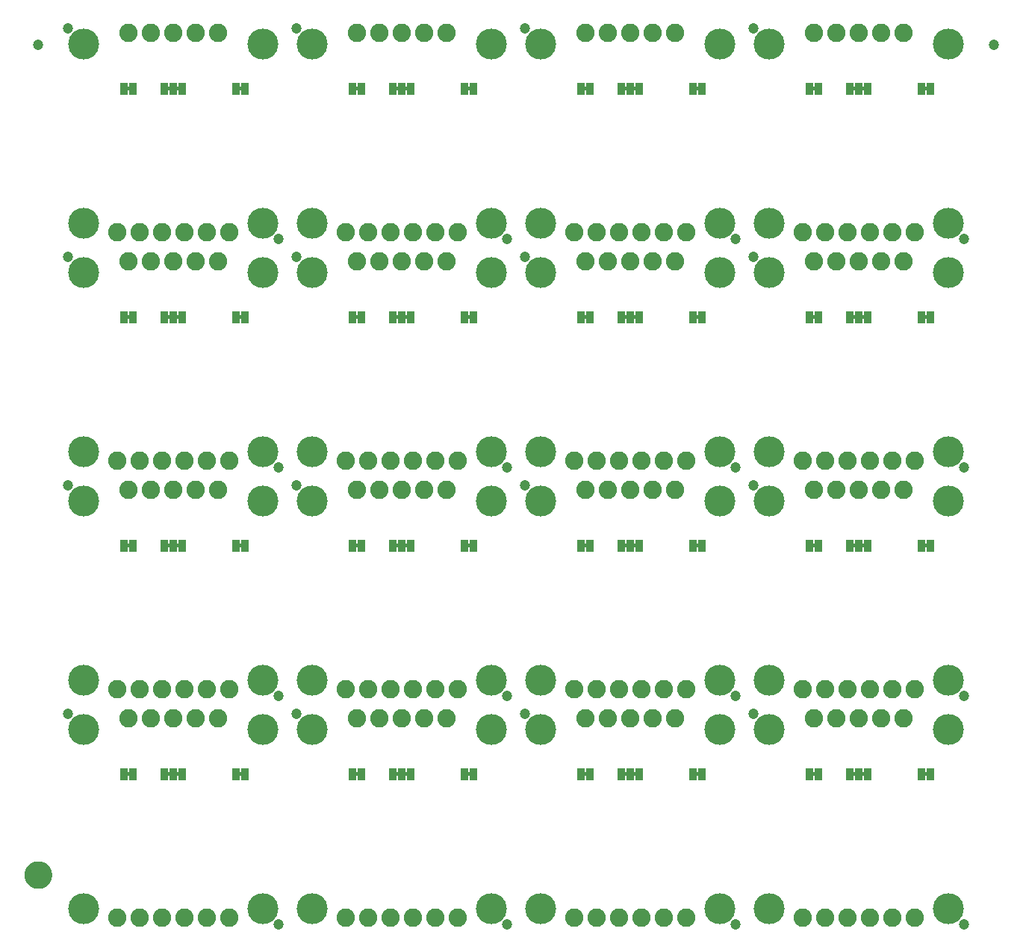
<source format=gbs>
G04 EAGLE Gerber RS-274X export*
G75*
%MOMM*%
%FSLAX34Y34*%
%LPD*%
%INSoldermask Bottom*%
%IPPOS*%
%AMOC8*
5,1,8,0,0,1.08239X$1,22.5*%
G01*
%ADD10C,3.505200*%
%ADD11C,2.082800*%
%ADD12R,0.863600X1.473200*%
%ADD13C,1.203200*%
%ADD14C,1.270000*%
%ADD15C,1.703200*%

G36*
X652210Y694067D02*
X652210Y694067D01*
X652276Y694069D01*
X652319Y694087D01*
X652366Y694095D01*
X652423Y694129D01*
X652483Y694154D01*
X652518Y694185D01*
X652559Y694210D01*
X652601Y694261D01*
X652649Y694305D01*
X652671Y694347D01*
X652700Y694384D01*
X652721Y694446D01*
X652752Y694505D01*
X652760Y694559D01*
X652772Y694596D01*
X652771Y694636D01*
X652779Y694690D01*
X652779Y697230D01*
X652768Y697295D01*
X652766Y697361D01*
X652748Y697404D01*
X652740Y697451D01*
X652706Y697508D01*
X652681Y697568D01*
X652650Y697603D01*
X652625Y697644D01*
X652574Y697686D01*
X652530Y697734D01*
X652488Y697756D01*
X652451Y697785D01*
X652389Y697806D01*
X652330Y697837D01*
X652276Y697845D01*
X652239Y697857D01*
X652199Y697856D01*
X652145Y697864D01*
X648335Y697864D01*
X648270Y697853D01*
X648204Y697851D01*
X648161Y697833D01*
X648114Y697825D01*
X648057Y697791D01*
X647997Y697766D01*
X647962Y697735D01*
X647921Y697710D01*
X647880Y697659D01*
X647831Y697615D01*
X647809Y697573D01*
X647780Y697536D01*
X647759Y697474D01*
X647728Y697415D01*
X647720Y697361D01*
X647708Y697324D01*
X647708Y697321D01*
X647709Y697284D01*
X647701Y697230D01*
X647701Y694690D01*
X647712Y694625D01*
X647714Y694559D01*
X647732Y694516D01*
X647740Y694469D01*
X647774Y694412D01*
X647799Y694352D01*
X647830Y694317D01*
X647855Y694276D01*
X647906Y694235D01*
X647950Y694186D01*
X647992Y694164D01*
X648029Y694135D01*
X648091Y694114D01*
X648150Y694083D01*
X648204Y694075D01*
X648241Y694063D01*
X648281Y694064D01*
X648335Y694056D01*
X652145Y694056D01*
X652210Y694067D01*
G37*
G36*
X393130Y694067D02*
X393130Y694067D01*
X393196Y694069D01*
X393239Y694087D01*
X393286Y694095D01*
X393343Y694129D01*
X393403Y694154D01*
X393438Y694185D01*
X393479Y694210D01*
X393521Y694261D01*
X393569Y694305D01*
X393591Y694347D01*
X393620Y694384D01*
X393641Y694446D01*
X393672Y694505D01*
X393680Y694559D01*
X393692Y694596D01*
X393691Y694636D01*
X393699Y694690D01*
X393699Y697230D01*
X393688Y697295D01*
X393686Y697361D01*
X393668Y697404D01*
X393660Y697451D01*
X393626Y697508D01*
X393601Y697568D01*
X393570Y697603D01*
X393545Y697644D01*
X393494Y697686D01*
X393450Y697734D01*
X393408Y697756D01*
X393371Y697785D01*
X393309Y697806D01*
X393250Y697837D01*
X393196Y697845D01*
X393159Y697857D01*
X393119Y697856D01*
X393065Y697864D01*
X389255Y697864D01*
X389190Y697853D01*
X389124Y697851D01*
X389081Y697833D01*
X389034Y697825D01*
X388977Y697791D01*
X388917Y697766D01*
X388882Y697735D01*
X388841Y697710D01*
X388800Y697659D01*
X388751Y697615D01*
X388729Y697573D01*
X388700Y697536D01*
X388679Y697474D01*
X388648Y697415D01*
X388640Y697361D01*
X388628Y697324D01*
X388628Y697321D01*
X388629Y697284D01*
X388621Y697230D01*
X388621Y694690D01*
X388632Y694625D01*
X388634Y694559D01*
X388652Y694516D01*
X388660Y694469D01*
X388694Y694412D01*
X388719Y694352D01*
X388750Y694317D01*
X388775Y694276D01*
X388826Y694235D01*
X388870Y694186D01*
X388912Y694164D01*
X388949Y694135D01*
X389011Y694114D01*
X389070Y694083D01*
X389124Y694075D01*
X389161Y694063D01*
X389201Y694064D01*
X389255Y694056D01*
X393065Y694056D01*
X393130Y694067D01*
G37*
G36*
X723330Y694067D02*
X723330Y694067D01*
X723396Y694069D01*
X723439Y694087D01*
X723486Y694095D01*
X723543Y694129D01*
X723603Y694154D01*
X723638Y694185D01*
X723679Y694210D01*
X723721Y694261D01*
X723769Y694305D01*
X723791Y694347D01*
X723820Y694384D01*
X723841Y694446D01*
X723872Y694505D01*
X723880Y694559D01*
X723892Y694596D01*
X723891Y694636D01*
X723899Y694690D01*
X723899Y697230D01*
X723888Y697295D01*
X723886Y697361D01*
X723868Y697404D01*
X723860Y697451D01*
X723826Y697508D01*
X723801Y697568D01*
X723770Y697603D01*
X723745Y697644D01*
X723694Y697686D01*
X723650Y697734D01*
X723608Y697756D01*
X723571Y697785D01*
X723509Y697806D01*
X723450Y697837D01*
X723396Y697845D01*
X723359Y697857D01*
X723319Y697856D01*
X723265Y697864D01*
X719455Y697864D01*
X719390Y697853D01*
X719324Y697851D01*
X719281Y697833D01*
X719234Y697825D01*
X719177Y697791D01*
X719117Y697766D01*
X719082Y697735D01*
X719041Y697710D01*
X719000Y697659D01*
X718951Y697615D01*
X718929Y697573D01*
X718900Y697536D01*
X718879Y697474D01*
X718848Y697415D01*
X718840Y697361D01*
X718828Y697324D01*
X718828Y697321D01*
X718829Y697284D01*
X718821Y697230D01*
X718821Y694690D01*
X718832Y694625D01*
X718834Y694559D01*
X718852Y694516D01*
X718860Y694469D01*
X718894Y694412D01*
X718919Y694352D01*
X718950Y694317D01*
X718975Y694276D01*
X719026Y694235D01*
X719070Y694186D01*
X719112Y694164D01*
X719149Y694135D01*
X719211Y694114D01*
X719270Y694083D01*
X719324Y694075D01*
X719361Y694063D01*
X719401Y694064D01*
X719455Y694056D01*
X723265Y694056D01*
X723330Y694067D01*
G37*
G36*
X464250Y694067D02*
X464250Y694067D01*
X464316Y694069D01*
X464359Y694087D01*
X464406Y694095D01*
X464463Y694129D01*
X464523Y694154D01*
X464558Y694185D01*
X464599Y694210D01*
X464641Y694261D01*
X464689Y694305D01*
X464711Y694347D01*
X464740Y694384D01*
X464761Y694446D01*
X464792Y694505D01*
X464800Y694559D01*
X464812Y694596D01*
X464811Y694636D01*
X464819Y694690D01*
X464819Y697230D01*
X464808Y697295D01*
X464806Y697361D01*
X464788Y697404D01*
X464780Y697451D01*
X464746Y697508D01*
X464721Y697568D01*
X464690Y697603D01*
X464665Y697644D01*
X464614Y697686D01*
X464570Y697734D01*
X464528Y697756D01*
X464491Y697785D01*
X464429Y697806D01*
X464370Y697837D01*
X464316Y697845D01*
X464279Y697857D01*
X464239Y697856D01*
X464185Y697864D01*
X460375Y697864D01*
X460310Y697853D01*
X460244Y697851D01*
X460201Y697833D01*
X460154Y697825D01*
X460097Y697791D01*
X460037Y697766D01*
X460002Y697735D01*
X459961Y697710D01*
X459920Y697659D01*
X459871Y697615D01*
X459849Y697573D01*
X459820Y697536D01*
X459799Y697474D01*
X459768Y697415D01*
X459760Y697361D01*
X459748Y697324D01*
X459748Y697321D01*
X459749Y697284D01*
X459741Y697230D01*
X459741Y694690D01*
X459752Y694625D01*
X459754Y694559D01*
X459772Y694516D01*
X459780Y694469D01*
X459814Y694412D01*
X459839Y694352D01*
X459870Y694317D01*
X459895Y694276D01*
X459946Y694235D01*
X459990Y694186D01*
X460032Y694164D01*
X460069Y694135D01*
X460131Y694114D01*
X460190Y694083D01*
X460244Y694075D01*
X460281Y694063D01*
X460321Y694064D01*
X460375Y694056D01*
X464185Y694056D01*
X464250Y694067D01*
G37*
G36*
X901130Y694067D02*
X901130Y694067D01*
X901196Y694069D01*
X901239Y694087D01*
X901286Y694095D01*
X901343Y694129D01*
X901403Y694154D01*
X901438Y694185D01*
X901479Y694210D01*
X901521Y694261D01*
X901569Y694305D01*
X901591Y694347D01*
X901620Y694384D01*
X901641Y694446D01*
X901672Y694505D01*
X901680Y694559D01*
X901692Y694596D01*
X901691Y694636D01*
X901699Y694690D01*
X901699Y697230D01*
X901688Y697295D01*
X901686Y697361D01*
X901668Y697404D01*
X901660Y697451D01*
X901626Y697508D01*
X901601Y697568D01*
X901570Y697603D01*
X901545Y697644D01*
X901494Y697686D01*
X901450Y697734D01*
X901408Y697756D01*
X901371Y697785D01*
X901309Y697806D01*
X901250Y697837D01*
X901196Y697845D01*
X901159Y697857D01*
X901119Y697856D01*
X901065Y697864D01*
X897255Y697864D01*
X897190Y697853D01*
X897124Y697851D01*
X897081Y697833D01*
X897034Y697825D01*
X896977Y697791D01*
X896917Y697766D01*
X896882Y697735D01*
X896841Y697710D01*
X896800Y697659D01*
X896751Y697615D01*
X896729Y697573D01*
X896700Y697536D01*
X896679Y697474D01*
X896648Y697415D01*
X896640Y697361D01*
X896628Y697324D01*
X896628Y697321D01*
X896629Y697284D01*
X896621Y697230D01*
X896621Y694690D01*
X896632Y694625D01*
X896634Y694559D01*
X896652Y694516D01*
X896660Y694469D01*
X896694Y694412D01*
X896719Y694352D01*
X896750Y694317D01*
X896775Y694276D01*
X896826Y694235D01*
X896870Y694186D01*
X896912Y694164D01*
X896949Y694135D01*
X897011Y694114D01*
X897070Y694083D01*
X897124Y694075D01*
X897161Y694063D01*
X897201Y694064D01*
X897255Y694056D01*
X901065Y694056D01*
X901130Y694067D01*
G37*
G36*
X911290Y694067D02*
X911290Y694067D01*
X911356Y694069D01*
X911399Y694087D01*
X911446Y694095D01*
X911503Y694129D01*
X911563Y694154D01*
X911598Y694185D01*
X911639Y694210D01*
X911681Y694261D01*
X911729Y694305D01*
X911751Y694347D01*
X911780Y694384D01*
X911801Y694446D01*
X911832Y694505D01*
X911840Y694559D01*
X911852Y694596D01*
X911851Y694636D01*
X911859Y694690D01*
X911859Y697230D01*
X911848Y697295D01*
X911846Y697361D01*
X911828Y697404D01*
X911820Y697451D01*
X911786Y697508D01*
X911761Y697568D01*
X911730Y697603D01*
X911705Y697644D01*
X911654Y697686D01*
X911610Y697734D01*
X911568Y697756D01*
X911531Y697785D01*
X911469Y697806D01*
X911410Y697837D01*
X911356Y697845D01*
X911319Y697857D01*
X911279Y697856D01*
X911225Y697864D01*
X907415Y697864D01*
X907350Y697853D01*
X907284Y697851D01*
X907241Y697833D01*
X907194Y697825D01*
X907137Y697791D01*
X907077Y697766D01*
X907042Y697735D01*
X907001Y697710D01*
X906960Y697659D01*
X906911Y697615D01*
X906889Y697573D01*
X906860Y697536D01*
X906839Y697474D01*
X906808Y697415D01*
X906800Y697361D01*
X906788Y697324D01*
X906788Y697321D01*
X906789Y697284D01*
X906781Y697230D01*
X906781Y694690D01*
X906792Y694625D01*
X906794Y694559D01*
X906812Y694516D01*
X906820Y694469D01*
X906854Y694412D01*
X906879Y694352D01*
X906910Y694317D01*
X906935Y694276D01*
X906986Y694235D01*
X907030Y694186D01*
X907072Y694164D01*
X907109Y694135D01*
X907171Y694114D01*
X907230Y694083D01*
X907284Y694075D01*
X907321Y694063D01*
X907361Y694064D01*
X907415Y694056D01*
X911225Y694056D01*
X911290Y694067D01*
G37*
G36*
X123890Y694067D02*
X123890Y694067D01*
X123956Y694069D01*
X123999Y694087D01*
X124046Y694095D01*
X124103Y694129D01*
X124163Y694154D01*
X124198Y694185D01*
X124239Y694210D01*
X124281Y694261D01*
X124329Y694305D01*
X124351Y694347D01*
X124380Y694384D01*
X124401Y694446D01*
X124432Y694505D01*
X124440Y694559D01*
X124452Y694596D01*
X124451Y694636D01*
X124459Y694690D01*
X124459Y697230D01*
X124448Y697295D01*
X124446Y697361D01*
X124428Y697404D01*
X124420Y697451D01*
X124386Y697508D01*
X124361Y697568D01*
X124330Y697603D01*
X124305Y697644D01*
X124254Y697686D01*
X124210Y697734D01*
X124168Y697756D01*
X124131Y697785D01*
X124069Y697806D01*
X124010Y697837D01*
X123956Y697845D01*
X123919Y697857D01*
X123879Y697856D01*
X123825Y697864D01*
X120015Y697864D01*
X119950Y697853D01*
X119884Y697851D01*
X119841Y697833D01*
X119794Y697825D01*
X119737Y697791D01*
X119677Y697766D01*
X119642Y697735D01*
X119601Y697710D01*
X119560Y697659D01*
X119511Y697615D01*
X119489Y697573D01*
X119460Y697536D01*
X119439Y697474D01*
X119408Y697415D01*
X119400Y697361D01*
X119388Y697324D01*
X119388Y697321D01*
X119389Y697284D01*
X119381Y697230D01*
X119381Y694690D01*
X119392Y694625D01*
X119394Y694559D01*
X119412Y694516D01*
X119420Y694469D01*
X119454Y694412D01*
X119479Y694352D01*
X119510Y694317D01*
X119535Y694276D01*
X119586Y694235D01*
X119630Y694186D01*
X119672Y694164D01*
X119709Y694135D01*
X119771Y694114D01*
X119830Y694083D01*
X119884Y694075D01*
X119921Y694063D01*
X119961Y694064D01*
X120015Y694056D01*
X123825Y694056D01*
X123890Y694067D01*
G37*
G36*
X205170Y694067D02*
X205170Y694067D01*
X205236Y694069D01*
X205279Y694087D01*
X205326Y694095D01*
X205383Y694129D01*
X205443Y694154D01*
X205478Y694185D01*
X205519Y694210D01*
X205561Y694261D01*
X205609Y694305D01*
X205631Y694347D01*
X205660Y694384D01*
X205681Y694446D01*
X205712Y694505D01*
X205720Y694559D01*
X205732Y694596D01*
X205731Y694636D01*
X205739Y694690D01*
X205739Y697230D01*
X205728Y697295D01*
X205726Y697361D01*
X205708Y697404D01*
X205700Y697451D01*
X205666Y697508D01*
X205641Y697568D01*
X205610Y697603D01*
X205585Y697644D01*
X205534Y697686D01*
X205490Y697734D01*
X205448Y697756D01*
X205411Y697785D01*
X205349Y697806D01*
X205290Y697837D01*
X205236Y697845D01*
X205199Y697857D01*
X205159Y697856D01*
X205105Y697864D01*
X201295Y697864D01*
X201230Y697853D01*
X201164Y697851D01*
X201121Y697833D01*
X201074Y697825D01*
X201017Y697791D01*
X200957Y697766D01*
X200922Y697735D01*
X200881Y697710D01*
X200840Y697659D01*
X200791Y697615D01*
X200769Y697573D01*
X200740Y697536D01*
X200719Y697474D01*
X200688Y697415D01*
X200680Y697361D01*
X200668Y697324D01*
X200668Y697321D01*
X200669Y697284D01*
X200661Y697230D01*
X200661Y694690D01*
X200672Y694625D01*
X200674Y694559D01*
X200692Y694516D01*
X200700Y694469D01*
X200734Y694412D01*
X200759Y694352D01*
X200790Y694317D01*
X200815Y694276D01*
X200866Y694235D01*
X200910Y694186D01*
X200952Y694164D01*
X200989Y694135D01*
X201051Y694114D01*
X201110Y694083D01*
X201164Y694075D01*
X201201Y694063D01*
X201241Y694064D01*
X201295Y694056D01*
X205105Y694056D01*
X205170Y694067D01*
G37*
G36*
X134050Y694067D02*
X134050Y694067D01*
X134116Y694069D01*
X134159Y694087D01*
X134206Y694095D01*
X134263Y694129D01*
X134323Y694154D01*
X134358Y694185D01*
X134399Y694210D01*
X134441Y694261D01*
X134489Y694305D01*
X134511Y694347D01*
X134540Y694384D01*
X134561Y694446D01*
X134592Y694505D01*
X134600Y694559D01*
X134612Y694596D01*
X134611Y694636D01*
X134619Y694690D01*
X134619Y697230D01*
X134608Y697295D01*
X134606Y697361D01*
X134588Y697404D01*
X134580Y697451D01*
X134546Y697508D01*
X134521Y697568D01*
X134490Y697603D01*
X134465Y697644D01*
X134414Y697686D01*
X134370Y697734D01*
X134328Y697756D01*
X134291Y697785D01*
X134229Y697806D01*
X134170Y697837D01*
X134116Y697845D01*
X134079Y697857D01*
X134039Y697856D01*
X133985Y697864D01*
X130175Y697864D01*
X130110Y697853D01*
X130044Y697851D01*
X130001Y697833D01*
X129954Y697825D01*
X129897Y697791D01*
X129837Y697766D01*
X129802Y697735D01*
X129761Y697710D01*
X129720Y697659D01*
X129671Y697615D01*
X129649Y697573D01*
X129620Y697536D01*
X129599Y697474D01*
X129568Y697415D01*
X129560Y697361D01*
X129548Y697324D01*
X129548Y697321D01*
X129549Y697284D01*
X129541Y697230D01*
X129541Y694690D01*
X129552Y694625D01*
X129554Y694559D01*
X129572Y694516D01*
X129580Y694469D01*
X129614Y694412D01*
X129639Y694352D01*
X129670Y694317D01*
X129695Y694276D01*
X129746Y694235D01*
X129790Y694186D01*
X129832Y694164D01*
X129869Y694135D01*
X129931Y694114D01*
X129990Y694083D01*
X130044Y694075D01*
X130081Y694063D01*
X130121Y694064D01*
X130175Y694056D01*
X133985Y694056D01*
X134050Y694067D01*
G37*
G36*
X337250Y694067D02*
X337250Y694067D01*
X337316Y694069D01*
X337359Y694087D01*
X337406Y694095D01*
X337463Y694129D01*
X337523Y694154D01*
X337558Y694185D01*
X337599Y694210D01*
X337641Y694261D01*
X337689Y694305D01*
X337711Y694347D01*
X337740Y694384D01*
X337761Y694446D01*
X337792Y694505D01*
X337800Y694559D01*
X337812Y694596D01*
X337811Y694636D01*
X337819Y694690D01*
X337819Y697230D01*
X337808Y697295D01*
X337806Y697361D01*
X337788Y697404D01*
X337780Y697451D01*
X337746Y697508D01*
X337721Y697568D01*
X337690Y697603D01*
X337665Y697644D01*
X337614Y697686D01*
X337570Y697734D01*
X337528Y697756D01*
X337491Y697785D01*
X337429Y697806D01*
X337370Y697837D01*
X337316Y697845D01*
X337279Y697857D01*
X337239Y697856D01*
X337185Y697864D01*
X333375Y697864D01*
X333310Y697853D01*
X333244Y697851D01*
X333201Y697833D01*
X333154Y697825D01*
X333097Y697791D01*
X333037Y697766D01*
X333002Y697735D01*
X332961Y697710D01*
X332920Y697659D01*
X332871Y697615D01*
X332849Y697573D01*
X332820Y697536D01*
X332799Y697474D01*
X332768Y697415D01*
X332760Y697361D01*
X332748Y697324D01*
X332748Y697321D01*
X332749Y697284D01*
X332741Y697230D01*
X332741Y694690D01*
X332752Y694625D01*
X332754Y694559D01*
X332772Y694516D01*
X332780Y694469D01*
X332814Y694412D01*
X332839Y694352D01*
X332870Y694317D01*
X332895Y694276D01*
X332946Y694235D01*
X332990Y694186D01*
X333032Y694164D01*
X333069Y694135D01*
X333131Y694114D01*
X333190Y694083D01*
X333244Y694075D01*
X333281Y694063D01*
X333321Y694064D01*
X333375Y694056D01*
X337185Y694056D01*
X337250Y694067D01*
G37*
G36*
X642050Y694067D02*
X642050Y694067D01*
X642116Y694069D01*
X642159Y694087D01*
X642206Y694095D01*
X642263Y694129D01*
X642323Y694154D01*
X642358Y694185D01*
X642399Y694210D01*
X642441Y694261D01*
X642489Y694305D01*
X642511Y694347D01*
X642540Y694384D01*
X642561Y694446D01*
X642592Y694505D01*
X642600Y694559D01*
X642612Y694596D01*
X642611Y694636D01*
X642619Y694690D01*
X642619Y697230D01*
X642608Y697295D01*
X642606Y697361D01*
X642588Y697404D01*
X642580Y697451D01*
X642546Y697508D01*
X642521Y697568D01*
X642490Y697603D01*
X642465Y697644D01*
X642414Y697686D01*
X642370Y697734D01*
X642328Y697756D01*
X642291Y697785D01*
X642229Y697806D01*
X642170Y697837D01*
X642116Y697845D01*
X642079Y697857D01*
X642039Y697856D01*
X641985Y697864D01*
X638175Y697864D01*
X638110Y697853D01*
X638044Y697851D01*
X638001Y697833D01*
X637954Y697825D01*
X637897Y697791D01*
X637837Y697766D01*
X637802Y697735D01*
X637761Y697710D01*
X637720Y697659D01*
X637671Y697615D01*
X637649Y697573D01*
X637620Y697536D01*
X637599Y697474D01*
X637568Y697415D01*
X637560Y697361D01*
X637548Y697324D01*
X637548Y697321D01*
X637549Y697284D01*
X637541Y697230D01*
X637541Y694690D01*
X637552Y694625D01*
X637554Y694559D01*
X637572Y694516D01*
X637580Y694469D01*
X637614Y694412D01*
X637639Y694352D01*
X637670Y694317D01*
X637695Y694276D01*
X637746Y694235D01*
X637790Y694186D01*
X637832Y694164D01*
X637869Y694135D01*
X637931Y694114D01*
X637990Y694083D01*
X638044Y694075D01*
X638081Y694063D01*
X638121Y694064D01*
X638175Y694056D01*
X641985Y694056D01*
X642050Y694067D01*
G37*
G36*
X596330Y694067D02*
X596330Y694067D01*
X596396Y694069D01*
X596439Y694087D01*
X596486Y694095D01*
X596543Y694129D01*
X596603Y694154D01*
X596638Y694185D01*
X596679Y694210D01*
X596721Y694261D01*
X596769Y694305D01*
X596791Y694347D01*
X596820Y694384D01*
X596841Y694446D01*
X596872Y694505D01*
X596880Y694559D01*
X596892Y694596D01*
X596891Y694636D01*
X596899Y694690D01*
X596899Y697230D01*
X596888Y697295D01*
X596886Y697361D01*
X596868Y697404D01*
X596860Y697451D01*
X596826Y697508D01*
X596801Y697568D01*
X596770Y697603D01*
X596745Y697644D01*
X596694Y697686D01*
X596650Y697734D01*
X596608Y697756D01*
X596571Y697785D01*
X596509Y697806D01*
X596450Y697837D01*
X596396Y697845D01*
X596359Y697857D01*
X596319Y697856D01*
X596265Y697864D01*
X592455Y697864D01*
X592390Y697853D01*
X592324Y697851D01*
X592281Y697833D01*
X592234Y697825D01*
X592177Y697791D01*
X592117Y697766D01*
X592082Y697735D01*
X592041Y697710D01*
X592000Y697659D01*
X591951Y697615D01*
X591929Y697573D01*
X591900Y697536D01*
X591879Y697474D01*
X591848Y697415D01*
X591840Y697361D01*
X591828Y697324D01*
X591828Y697321D01*
X591829Y697284D01*
X591821Y697230D01*
X591821Y694690D01*
X591832Y694625D01*
X591834Y694559D01*
X591852Y694516D01*
X591860Y694469D01*
X591894Y694412D01*
X591919Y694352D01*
X591950Y694317D01*
X591975Y694276D01*
X592026Y694235D01*
X592070Y694186D01*
X592112Y694164D01*
X592149Y694135D01*
X592211Y694114D01*
X592270Y694083D01*
X592324Y694075D01*
X592361Y694063D01*
X592401Y694064D01*
X592455Y694056D01*
X596265Y694056D01*
X596330Y694067D01*
G37*
G36*
X982410Y694067D02*
X982410Y694067D01*
X982476Y694069D01*
X982519Y694087D01*
X982566Y694095D01*
X982623Y694129D01*
X982683Y694154D01*
X982718Y694185D01*
X982759Y694210D01*
X982801Y694261D01*
X982849Y694305D01*
X982871Y694347D01*
X982900Y694384D01*
X982921Y694446D01*
X982952Y694505D01*
X982960Y694559D01*
X982972Y694596D01*
X982971Y694636D01*
X982979Y694690D01*
X982979Y697230D01*
X982968Y697295D01*
X982966Y697361D01*
X982948Y697404D01*
X982940Y697451D01*
X982906Y697508D01*
X982881Y697568D01*
X982850Y697603D01*
X982825Y697644D01*
X982774Y697686D01*
X982730Y697734D01*
X982688Y697756D01*
X982651Y697785D01*
X982589Y697806D01*
X982530Y697837D01*
X982476Y697845D01*
X982439Y697857D01*
X982399Y697856D01*
X982345Y697864D01*
X978535Y697864D01*
X978470Y697853D01*
X978404Y697851D01*
X978361Y697833D01*
X978314Y697825D01*
X978257Y697791D01*
X978197Y697766D01*
X978162Y697735D01*
X978121Y697710D01*
X978080Y697659D01*
X978031Y697615D01*
X978009Y697573D01*
X977980Y697536D01*
X977959Y697474D01*
X977928Y697415D01*
X977920Y697361D01*
X977908Y697324D01*
X977908Y697321D01*
X977909Y697284D01*
X977901Y697230D01*
X977901Y694690D01*
X977912Y694625D01*
X977914Y694559D01*
X977932Y694516D01*
X977940Y694469D01*
X977974Y694412D01*
X977999Y694352D01*
X978030Y694317D01*
X978055Y694276D01*
X978106Y694235D01*
X978150Y694186D01*
X978192Y694164D01*
X978229Y694135D01*
X978291Y694114D01*
X978350Y694083D01*
X978404Y694075D01*
X978441Y694063D01*
X978481Y694064D01*
X978535Y694056D01*
X982345Y694056D01*
X982410Y694067D01*
G37*
G36*
X382970Y694067D02*
X382970Y694067D01*
X383036Y694069D01*
X383079Y694087D01*
X383126Y694095D01*
X383183Y694129D01*
X383243Y694154D01*
X383278Y694185D01*
X383319Y694210D01*
X383361Y694261D01*
X383409Y694305D01*
X383431Y694347D01*
X383460Y694384D01*
X383481Y694446D01*
X383512Y694505D01*
X383520Y694559D01*
X383532Y694596D01*
X383531Y694636D01*
X383539Y694690D01*
X383539Y697230D01*
X383528Y697295D01*
X383526Y697361D01*
X383508Y697404D01*
X383500Y697451D01*
X383466Y697508D01*
X383441Y697568D01*
X383410Y697603D01*
X383385Y697644D01*
X383334Y697686D01*
X383290Y697734D01*
X383248Y697756D01*
X383211Y697785D01*
X383149Y697806D01*
X383090Y697837D01*
X383036Y697845D01*
X382999Y697857D01*
X382959Y697856D01*
X382905Y697864D01*
X379095Y697864D01*
X379030Y697853D01*
X378964Y697851D01*
X378921Y697833D01*
X378874Y697825D01*
X378817Y697791D01*
X378757Y697766D01*
X378722Y697735D01*
X378681Y697710D01*
X378640Y697659D01*
X378591Y697615D01*
X378569Y697573D01*
X378540Y697536D01*
X378519Y697474D01*
X378488Y697415D01*
X378480Y697361D01*
X378468Y697324D01*
X378468Y697321D01*
X378469Y697284D01*
X378461Y697230D01*
X378461Y694690D01*
X378472Y694625D01*
X378474Y694559D01*
X378492Y694516D01*
X378500Y694469D01*
X378534Y694412D01*
X378559Y694352D01*
X378590Y694317D01*
X378615Y694276D01*
X378666Y694235D01*
X378710Y694186D01*
X378752Y694164D01*
X378789Y694135D01*
X378851Y694114D01*
X378910Y694083D01*
X378964Y694075D01*
X379001Y694063D01*
X379041Y694064D01*
X379095Y694056D01*
X382905Y694056D01*
X382970Y694067D01*
G37*
G36*
X78170Y694067D02*
X78170Y694067D01*
X78236Y694069D01*
X78279Y694087D01*
X78326Y694095D01*
X78383Y694129D01*
X78443Y694154D01*
X78478Y694185D01*
X78519Y694210D01*
X78561Y694261D01*
X78609Y694305D01*
X78631Y694347D01*
X78660Y694384D01*
X78681Y694446D01*
X78712Y694505D01*
X78720Y694559D01*
X78732Y694596D01*
X78731Y694636D01*
X78739Y694690D01*
X78739Y697230D01*
X78728Y697295D01*
X78726Y697361D01*
X78708Y697404D01*
X78700Y697451D01*
X78666Y697508D01*
X78641Y697568D01*
X78610Y697603D01*
X78585Y697644D01*
X78534Y697686D01*
X78490Y697734D01*
X78448Y697756D01*
X78411Y697785D01*
X78349Y697806D01*
X78290Y697837D01*
X78236Y697845D01*
X78199Y697857D01*
X78159Y697856D01*
X78105Y697864D01*
X74295Y697864D01*
X74230Y697853D01*
X74164Y697851D01*
X74121Y697833D01*
X74074Y697825D01*
X74017Y697791D01*
X73957Y697766D01*
X73922Y697735D01*
X73881Y697710D01*
X73840Y697659D01*
X73791Y697615D01*
X73769Y697573D01*
X73740Y697536D01*
X73719Y697474D01*
X73688Y697415D01*
X73680Y697361D01*
X73668Y697324D01*
X73668Y697321D01*
X73669Y697284D01*
X73661Y697230D01*
X73661Y694690D01*
X73672Y694625D01*
X73674Y694559D01*
X73692Y694516D01*
X73700Y694469D01*
X73734Y694412D01*
X73759Y694352D01*
X73790Y694317D01*
X73815Y694276D01*
X73866Y694235D01*
X73910Y694186D01*
X73952Y694164D01*
X73989Y694135D01*
X74051Y694114D01*
X74110Y694083D01*
X74164Y694075D01*
X74201Y694063D01*
X74241Y694064D01*
X74295Y694056D01*
X78105Y694056D01*
X78170Y694067D01*
G37*
G36*
X855410Y694067D02*
X855410Y694067D01*
X855476Y694069D01*
X855519Y694087D01*
X855566Y694095D01*
X855623Y694129D01*
X855683Y694154D01*
X855718Y694185D01*
X855759Y694210D01*
X855801Y694261D01*
X855849Y694305D01*
X855871Y694347D01*
X855900Y694384D01*
X855921Y694446D01*
X855952Y694505D01*
X855960Y694559D01*
X855972Y694596D01*
X855971Y694636D01*
X855979Y694690D01*
X855979Y697230D01*
X855968Y697295D01*
X855966Y697361D01*
X855948Y697404D01*
X855940Y697451D01*
X855906Y697508D01*
X855881Y697568D01*
X855850Y697603D01*
X855825Y697644D01*
X855774Y697686D01*
X855730Y697734D01*
X855688Y697756D01*
X855651Y697785D01*
X855589Y697806D01*
X855530Y697837D01*
X855476Y697845D01*
X855439Y697857D01*
X855399Y697856D01*
X855345Y697864D01*
X851535Y697864D01*
X851470Y697853D01*
X851404Y697851D01*
X851361Y697833D01*
X851314Y697825D01*
X851257Y697791D01*
X851197Y697766D01*
X851162Y697735D01*
X851121Y697710D01*
X851080Y697659D01*
X851031Y697615D01*
X851009Y697573D01*
X850980Y697536D01*
X850959Y697474D01*
X850928Y697415D01*
X850920Y697361D01*
X850908Y697324D01*
X850908Y697321D01*
X850909Y697284D01*
X850901Y697230D01*
X850901Y694690D01*
X850912Y694625D01*
X850914Y694559D01*
X850932Y694516D01*
X850940Y694469D01*
X850974Y694412D01*
X850999Y694352D01*
X851030Y694317D01*
X851055Y694276D01*
X851106Y694235D01*
X851150Y694186D01*
X851192Y694164D01*
X851229Y694135D01*
X851291Y694114D01*
X851350Y694083D01*
X851404Y694075D01*
X851441Y694063D01*
X851481Y694064D01*
X851535Y694056D01*
X855345Y694056D01*
X855410Y694067D01*
G37*
G36*
X723330Y953147D02*
X723330Y953147D01*
X723396Y953149D01*
X723439Y953167D01*
X723486Y953175D01*
X723543Y953209D01*
X723603Y953234D01*
X723638Y953265D01*
X723679Y953290D01*
X723721Y953341D01*
X723769Y953385D01*
X723791Y953427D01*
X723820Y953464D01*
X723841Y953526D01*
X723872Y953585D01*
X723880Y953639D01*
X723892Y953676D01*
X723891Y953716D01*
X723899Y953770D01*
X723899Y956310D01*
X723888Y956375D01*
X723886Y956441D01*
X723868Y956484D01*
X723860Y956531D01*
X723826Y956588D01*
X723801Y956648D01*
X723770Y956683D01*
X723745Y956724D01*
X723694Y956766D01*
X723650Y956814D01*
X723608Y956836D01*
X723571Y956865D01*
X723509Y956886D01*
X723450Y956917D01*
X723396Y956925D01*
X723359Y956937D01*
X723319Y956936D01*
X723265Y956944D01*
X719455Y956944D01*
X719390Y956933D01*
X719324Y956931D01*
X719281Y956913D01*
X719234Y956905D01*
X719177Y956871D01*
X719117Y956846D01*
X719082Y956815D01*
X719041Y956790D01*
X719000Y956739D01*
X718951Y956695D01*
X718929Y956653D01*
X718900Y956616D01*
X718879Y956554D01*
X718848Y956495D01*
X718840Y956441D01*
X718828Y956404D01*
X718828Y956401D01*
X718829Y956364D01*
X718821Y956310D01*
X718821Y953770D01*
X718832Y953705D01*
X718834Y953639D01*
X718852Y953596D01*
X718860Y953549D01*
X718894Y953492D01*
X718919Y953432D01*
X718950Y953397D01*
X718975Y953356D01*
X719026Y953315D01*
X719070Y953266D01*
X719112Y953244D01*
X719149Y953215D01*
X719211Y953194D01*
X719270Y953163D01*
X719324Y953155D01*
X719361Y953143D01*
X719401Y953144D01*
X719455Y953136D01*
X723265Y953136D01*
X723330Y953147D01*
G37*
G36*
X205170Y953147D02*
X205170Y953147D01*
X205236Y953149D01*
X205279Y953167D01*
X205326Y953175D01*
X205383Y953209D01*
X205443Y953234D01*
X205478Y953265D01*
X205519Y953290D01*
X205561Y953341D01*
X205609Y953385D01*
X205631Y953427D01*
X205660Y953464D01*
X205681Y953526D01*
X205712Y953585D01*
X205720Y953639D01*
X205732Y953676D01*
X205731Y953716D01*
X205739Y953770D01*
X205739Y956310D01*
X205728Y956375D01*
X205726Y956441D01*
X205708Y956484D01*
X205700Y956531D01*
X205666Y956588D01*
X205641Y956648D01*
X205610Y956683D01*
X205585Y956724D01*
X205534Y956766D01*
X205490Y956814D01*
X205448Y956836D01*
X205411Y956865D01*
X205349Y956886D01*
X205290Y956917D01*
X205236Y956925D01*
X205199Y956937D01*
X205159Y956936D01*
X205105Y956944D01*
X201295Y956944D01*
X201230Y956933D01*
X201164Y956931D01*
X201121Y956913D01*
X201074Y956905D01*
X201017Y956871D01*
X200957Y956846D01*
X200922Y956815D01*
X200881Y956790D01*
X200840Y956739D01*
X200791Y956695D01*
X200769Y956653D01*
X200740Y956616D01*
X200719Y956554D01*
X200688Y956495D01*
X200680Y956441D01*
X200668Y956404D01*
X200668Y956401D01*
X200669Y956364D01*
X200661Y956310D01*
X200661Y953770D01*
X200672Y953705D01*
X200674Y953639D01*
X200692Y953596D01*
X200700Y953549D01*
X200734Y953492D01*
X200759Y953432D01*
X200790Y953397D01*
X200815Y953356D01*
X200866Y953315D01*
X200910Y953266D01*
X200952Y953244D01*
X200989Y953215D01*
X201051Y953194D01*
X201110Y953163D01*
X201164Y953155D01*
X201201Y953143D01*
X201241Y953144D01*
X201295Y953136D01*
X205105Y953136D01*
X205170Y953147D01*
G37*
G36*
X642050Y953147D02*
X642050Y953147D01*
X642116Y953149D01*
X642159Y953167D01*
X642206Y953175D01*
X642263Y953209D01*
X642323Y953234D01*
X642358Y953265D01*
X642399Y953290D01*
X642441Y953341D01*
X642489Y953385D01*
X642511Y953427D01*
X642540Y953464D01*
X642561Y953526D01*
X642592Y953585D01*
X642600Y953639D01*
X642612Y953676D01*
X642611Y953716D01*
X642619Y953770D01*
X642619Y956310D01*
X642608Y956375D01*
X642606Y956441D01*
X642588Y956484D01*
X642580Y956531D01*
X642546Y956588D01*
X642521Y956648D01*
X642490Y956683D01*
X642465Y956724D01*
X642414Y956766D01*
X642370Y956814D01*
X642328Y956836D01*
X642291Y956865D01*
X642229Y956886D01*
X642170Y956917D01*
X642116Y956925D01*
X642079Y956937D01*
X642039Y956936D01*
X641985Y956944D01*
X638175Y956944D01*
X638110Y956933D01*
X638044Y956931D01*
X638001Y956913D01*
X637954Y956905D01*
X637897Y956871D01*
X637837Y956846D01*
X637802Y956815D01*
X637761Y956790D01*
X637720Y956739D01*
X637671Y956695D01*
X637649Y956653D01*
X637620Y956616D01*
X637599Y956554D01*
X637568Y956495D01*
X637560Y956441D01*
X637548Y956404D01*
X637548Y956401D01*
X637549Y956364D01*
X637541Y956310D01*
X637541Y953770D01*
X637552Y953705D01*
X637554Y953639D01*
X637572Y953596D01*
X637580Y953549D01*
X637614Y953492D01*
X637639Y953432D01*
X637670Y953397D01*
X637695Y953356D01*
X637746Y953315D01*
X637790Y953266D01*
X637832Y953244D01*
X637869Y953215D01*
X637931Y953194D01*
X637990Y953163D01*
X638044Y953155D01*
X638081Y953143D01*
X638121Y953144D01*
X638175Y953136D01*
X641985Y953136D01*
X642050Y953147D01*
G37*
G36*
X393130Y953147D02*
X393130Y953147D01*
X393196Y953149D01*
X393239Y953167D01*
X393286Y953175D01*
X393343Y953209D01*
X393403Y953234D01*
X393438Y953265D01*
X393479Y953290D01*
X393521Y953341D01*
X393569Y953385D01*
X393591Y953427D01*
X393620Y953464D01*
X393641Y953526D01*
X393672Y953585D01*
X393680Y953639D01*
X393692Y953676D01*
X393691Y953716D01*
X393699Y953770D01*
X393699Y956310D01*
X393688Y956375D01*
X393686Y956441D01*
X393668Y956484D01*
X393660Y956531D01*
X393626Y956588D01*
X393601Y956648D01*
X393570Y956683D01*
X393545Y956724D01*
X393494Y956766D01*
X393450Y956814D01*
X393408Y956836D01*
X393371Y956865D01*
X393309Y956886D01*
X393250Y956917D01*
X393196Y956925D01*
X393159Y956937D01*
X393119Y956936D01*
X393065Y956944D01*
X389255Y956944D01*
X389190Y956933D01*
X389124Y956931D01*
X389081Y956913D01*
X389034Y956905D01*
X388977Y956871D01*
X388917Y956846D01*
X388882Y956815D01*
X388841Y956790D01*
X388800Y956739D01*
X388751Y956695D01*
X388729Y956653D01*
X388700Y956616D01*
X388679Y956554D01*
X388648Y956495D01*
X388640Y956441D01*
X388628Y956404D01*
X388628Y956401D01*
X388629Y956364D01*
X388621Y956310D01*
X388621Y953770D01*
X388632Y953705D01*
X388634Y953639D01*
X388652Y953596D01*
X388660Y953549D01*
X388694Y953492D01*
X388719Y953432D01*
X388750Y953397D01*
X388775Y953356D01*
X388826Y953315D01*
X388870Y953266D01*
X388912Y953244D01*
X388949Y953215D01*
X389011Y953194D01*
X389070Y953163D01*
X389124Y953155D01*
X389161Y953143D01*
X389201Y953144D01*
X389255Y953136D01*
X393065Y953136D01*
X393130Y953147D01*
G37*
G36*
X78170Y953147D02*
X78170Y953147D01*
X78236Y953149D01*
X78279Y953167D01*
X78326Y953175D01*
X78383Y953209D01*
X78443Y953234D01*
X78478Y953265D01*
X78519Y953290D01*
X78561Y953341D01*
X78609Y953385D01*
X78631Y953427D01*
X78660Y953464D01*
X78681Y953526D01*
X78712Y953585D01*
X78720Y953639D01*
X78732Y953676D01*
X78731Y953716D01*
X78739Y953770D01*
X78739Y956310D01*
X78728Y956375D01*
X78726Y956441D01*
X78708Y956484D01*
X78700Y956531D01*
X78666Y956588D01*
X78641Y956648D01*
X78610Y956683D01*
X78585Y956724D01*
X78534Y956766D01*
X78490Y956814D01*
X78448Y956836D01*
X78411Y956865D01*
X78349Y956886D01*
X78290Y956917D01*
X78236Y956925D01*
X78199Y956937D01*
X78159Y956936D01*
X78105Y956944D01*
X74295Y956944D01*
X74230Y956933D01*
X74164Y956931D01*
X74121Y956913D01*
X74074Y956905D01*
X74017Y956871D01*
X73957Y956846D01*
X73922Y956815D01*
X73881Y956790D01*
X73840Y956739D01*
X73791Y956695D01*
X73769Y956653D01*
X73740Y956616D01*
X73719Y956554D01*
X73688Y956495D01*
X73680Y956441D01*
X73668Y956404D01*
X73668Y956401D01*
X73669Y956364D01*
X73661Y956310D01*
X73661Y953770D01*
X73672Y953705D01*
X73674Y953639D01*
X73692Y953596D01*
X73700Y953549D01*
X73734Y953492D01*
X73759Y953432D01*
X73790Y953397D01*
X73815Y953356D01*
X73866Y953315D01*
X73910Y953266D01*
X73952Y953244D01*
X73989Y953215D01*
X74051Y953194D01*
X74110Y953163D01*
X74164Y953155D01*
X74201Y953143D01*
X74241Y953144D01*
X74295Y953136D01*
X78105Y953136D01*
X78170Y953147D01*
G37*
G36*
X134050Y953147D02*
X134050Y953147D01*
X134116Y953149D01*
X134159Y953167D01*
X134206Y953175D01*
X134263Y953209D01*
X134323Y953234D01*
X134358Y953265D01*
X134399Y953290D01*
X134441Y953341D01*
X134489Y953385D01*
X134511Y953427D01*
X134540Y953464D01*
X134561Y953526D01*
X134592Y953585D01*
X134600Y953639D01*
X134612Y953676D01*
X134611Y953716D01*
X134619Y953770D01*
X134619Y956310D01*
X134608Y956375D01*
X134606Y956441D01*
X134588Y956484D01*
X134580Y956531D01*
X134546Y956588D01*
X134521Y956648D01*
X134490Y956683D01*
X134465Y956724D01*
X134414Y956766D01*
X134370Y956814D01*
X134328Y956836D01*
X134291Y956865D01*
X134229Y956886D01*
X134170Y956917D01*
X134116Y956925D01*
X134079Y956937D01*
X134039Y956936D01*
X133985Y956944D01*
X130175Y956944D01*
X130110Y956933D01*
X130044Y956931D01*
X130001Y956913D01*
X129954Y956905D01*
X129897Y956871D01*
X129837Y956846D01*
X129802Y956815D01*
X129761Y956790D01*
X129720Y956739D01*
X129671Y956695D01*
X129649Y956653D01*
X129620Y956616D01*
X129599Y956554D01*
X129568Y956495D01*
X129560Y956441D01*
X129548Y956404D01*
X129548Y956401D01*
X129549Y956364D01*
X129541Y956310D01*
X129541Y953770D01*
X129552Y953705D01*
X129554Y953639D01*
X129572Y953596D01*
X129580Y953549D01*
X129614Y953492D01*
X129639Y953432D01*
X129670Y953397D01*
X129695Y953356D01*
X129746Y953315D01*
X129790Y953266D01*
X129832Y953244D01*
X129869Y953215D01*
X129931Y953194D01*
X129990Y953163D01*
X130044Y953155D01*
X130081Y953143D01*
X130121Y953144D01*
X130175Y953136D01*
X133985Y953136D01*
X134050Y953147D01*
G37*
G36*
X464250Y953147D02*
X464250Y953147D01*
X464316Y953149D01*
X464359Y953167D01*
X464406Y953175D01*
X464463Y953209D01*
X464523Y953234D01*
X464558Y953265D01*
X464599Y953290D01*
X464641Y953341D01*
X464689Y953385D01*
X464711Y953427D01*
X464740Y953464D01*
X464761Y953526D01*
X464792Y953585D01*
X464800Y953639D01*
X464812Y953676D01*
X464811Y953716D01*
X464819Y953770D01*
X464819Y956310D01*
X464808Y956375D01*
X464806Y956441D01*
X464788Y956484D01*
X464780Y956531D01*
X464746Y956588D01*
X464721Y956648D01*
X464690Y956683D01*
X464665Y956724D01*
X464614Y956766D01*
X464570Y956814D01*
X464528Y956836D01*
X464491Y956865D01*
X464429Y956886D01*
X464370Y956917D01*
X464316Y956925D01*
X464279Y956937D01*
X464239Y956936D01*
X464185Y956944D01*
X460375Y956944D01*
X460310Y956933D01*
X460244Y956931D01*
X460201Y956913D01*
X460154Y956905D01*
X460097Y956871D01*
X460037Y956846D01*
X460002Y956815D01*
X459961Y956790D01*
X459920Y956739D01*
X459871Y956695D01*
X459849Y956653D01*
X459820Y956616D01*
X459799Y956554D01*
X459768Y956495D01*
X459760Y956441D01*
X459748Y956404D01*
X459748Y956401D01*
X459749Y956364D01*
X459741Y956310D01*
X459741Y953770D01*
X459752Y953705D01*
X459754Y953639D01*
X459772Y953596D01*
X459780Y953549D01*
X459814Y953492D01*
X459839Y953432D01*
X459870Y953397D01*
X459895Y953356D01*
X459946Y953315D01*
X459990Y953266D01*
X460032Y953244D01*
X460069Y953215D01*
X460131Y953194D01*
X460190Y953163D01*
X460244Y953155D01*
X460281Y953143D01*
X460321Y953144D01*
X460375Y953136D01*
X464185Y953136D01*
X464250Y953147D01*
G37*
G36*
X382970Y953147D02*
X382970Y953147D01*
X383036Y953149D01*
X383079Y953167D01*
X383126Y953175D01*
X383183Y953209D01*
X383243Y953234D01*
X383278Y953265D01*
X383319Y953290D01*
X383361Y953341D01*
X383409Y953385D01*
X383431Y953427D01*
X383460Y953464D01*
X383481Y953526D01*
X383512Y953585D01*
X383520Y953639D01*
X383532Y953676D01*
X383531Y953716D01*
X383539Y953770D01*
X383539Y956310D01*
X383528Y956375D01*
X383526Y956441D01*
X383508Y956484D01*
X383500Y956531D01*
X383466Y956588D01*
X383441Y956648D01*
X383410Y956683D01*
X383385Y956724D01*
X383334Y956766D01*
X383290Y956814D01*
X383248Y956836D01*
X383211Y956865D01*
X383149Y956886D01*
X383090Y956917D01*
X383036Y956925D01*
X382999Y956937D01*
X382959Y956936D01*
X382905Y956944D01*
X379095Y956944D01*
X379030Y956933D01*
X378964Y956931D01*
X378921Y956913D01*
X378874Y956905D01*
X378817Y956871D01*
X378757Y956846D01*
X378722Y956815D01*
X378681Y956790D01*
X378640Y956739D01*
X378591Y956695D01*
X378569Y956653D01*
X378540Y956616D01*
X378519Y956554D01*
X378488Y956495D01*
X378480Y956441D01*
X378468Y956404D01*
X378468Y956401D01*
X378469Y956364D01*
X378461Y956310D01*
X378461Y953770D01*
X378472Y953705D01*
X378474Y953639D01*
X378492Y953596D01*
X378500Y953549D01*
X378534Y953492D01*
X378559Y953432D01*
X378590Y953397D01*
X378615Y953356D01*
X378666Y953315D01*
X378710Y953266D01*
X378752Y953244D01*
X378789Y953215D01*
X378851Y953194D01*
X378910Y953163D01*
X378964Y953155D01*
X379001Y953143D01*
X379041Y953144D01*
X379095Y953136D01*
X382905Y953136D01*
X382970Y953147D01*
G37*
G36*
X652210Y953147D02*
X652210Y953147D01*
X652276Y953149D01*
X652319Y953167D01*
X652366Y953175D01*
X652423Y953209D01*
X652483Y953234D01*
X652518Y953265D01*
X652559Y953290D01*
X652601Y953341D01*
X652649Y953385D01*
X652671Y953427D01*
X652700Y953464D01*
X652721Y953526D01*
X652752Y953585D01*
X652760Y953639D01*
X652772Y953676D01*
X652771Y953716D01*
X652779Y953770D01*
X652779Y956310D01*
X652768Y956375D01*
X652766Y956441D01*
X652748Y956484D01*
X652740Y956531D01*
X652706Y956588D01*
X652681Y956648D01*
X652650Y956683D01*
X652625Y956724D01*
X652574Y956766D01*
X652530Y956814D01*
X652488Y956836D01*
X652451Y956865D01*
X652389Y956886D01*
X652330Y956917D01*
X652276Y956925D01*
X652239Y956937D01*
X652199Y956936D01*
X652145Y956944D01*
X648335Y956944D01*
X648270Y956933D01*
X648204Y956931D01*
X648161Y956913D01*
X648114Y956905D01*
X648057Y956871D01*
X647997Y956846D01*
X647962Y956815D01*
X647921Y956790D01*
X647880Y956739D01*
X647831Y956695D01*
X647809Y956653D01*
X647780Y956616D01*
X647759Y956554D01*
X647728Y956495D01*
X647720Y956441D01*
X647708Y956404D01*
X647708Y956401D01*
X647709Y956364D01*
X647701Y956310D01*
X647701Y953770D01*
X647712Y953705D01*
X647714Y953639D01*
X647732Y953596D01*
X647740Y953549D01*
X647774Y953492D01*
X647799Y953432D01*
X647830Y953397D01*
X647855Y953356D01*
X647906Y953315D01*
X647950Y953266D01*
X647992Y953244D01*
X648029Y953215D01*
X648091Y953194D01*
X648150Y953163D01*
X648204Y953155D01*
X648241Y953143D01*
X648281Y953144D01*
X648335Y953136D01*
X652145Y953136D01*
X652210Y953147D01*
G37*
G36*
X596330Y953147D02*
X596330Y953147D01*
X596396Y953149D01*
X596439Y953167D01*
X596486Y953175D01*
X596543Y953209D01*
X596603Y953234D01*
X596638Y953265D01*
X596679Y953290D01*
X596721Y953341D01*
X596769Y953385D01*
X596791Y953427D01*
X596820Y953464D01*
X596841Y953526D01*
X596872Y953585D01*
X596880Y953639D01*
X596892Y953676D01*
X596891Y953716D01*
X596899Y953770D01*
X596899Y956310D01*
X596888Y956375D01*
X596886Y956441D01*
X596868Y956484D01*
X596860Y956531D01*
X596826Y956588D01*
X596801Y956648D01*
X596770Y956683D01*
X596745Y956724D01*
X596694Y956766D01*
X596650Y956814D01*
X596608Y956836D01*
X596571Y956865D01*
X596509Y956886D01*
X596450Y956917D01*
X596396Y956925D01*
X596359Y956937D01*
X596319Y956936D01*
X596265Y956944D01*
X592455Y956944D01*
X592390Y956933D01*
X592324Y956931D01*
X592281Y956913D01*
X592234Y956905D01*
X592177Y956871D01*
X592117Y956846D01*
X592082Y956815D01*
X592041Y956790D01*
X592000Y956739D01*
X591951Y956695D01*
X591929Y956653D01*
X591900Y956616D01*
X591879Y956554D01*
X591848Y956495D01*
X591840Y956441D01*
X591828Y956404D01*
X591828Y956401D01*
X591829Y956364D01*
X591821Y956310D01*
X591821Y953770D01*
X591832Y953705D01*
X591834Y953639D01*
X591852Y953596D01*
X591860Y953549D01*
X591894Y953492D01*
X591919Y953432D01*
X591950Y953397D01*
X591975Y953356D01*
X592026Y953315D01*
X592070Y953266D01*
X592112Y953244D01*
X592149Y953215D01*
X592211Y953194D01*
X592270Y953163D01*
X592324Y953155D01*
X592361Y953143D01*
X592401Y953144D01*
X592455Y953136D01*
X596265Y953136D01*
X596330Y953147D01*
G37*
G36*
X337250Y953147D02*
X337250Y953147D01*
X337316Y953149D01*
X337359Y953167D01*
X337406Y953175D01*
X337463Y953209D01*
X337523Y953234D01*
X337558Y953265D01*
X337599Y953290D01*
X337641Y953341D01*
X337689Y953385D01*
X337711Y953427D01*
X337740Y953464D01*
X337761Y953526D01*
X337792Y953585D01*
X337800Y953639D01*
X337812Y953676D01*
X337811Y953716D01*
X337819Y953770D01*
X337819Y956310D01*
X337808Y956375D01*
X337806Y956441D01*
X337788Y956484D01*
X337780Y956531D01*
X337746Y956588D01*
X337721Y956648D01*
X337690Y956683D01*
X337665Y956724D01*
X337614Y956766D01*
X337570Y956814D01*
X337528Y956836D01*
X337491Y956865D01*
X337429Y956886D01*
X337370Y956917D01*
X337316Y956925D01*
X337279Y956937D01*
X337239Y956936D01*
X337185Y956944D01*
X333375Y956944D01*
X333310Y956933D01*
X333244Y956931D01*
X333201Y956913D01*
X333154Y956905D01*
X333097Y956871D01*
X333037Y956846D01*
X333002Y956815D01*
X332961Y956790D01*
X332920Y956739D01*
X332871Y956695D01*
X332849Y956653D01*
X332820Y956616D01*
X332799Y956554D01*
X332768Y956495D01*
X332760Y956441D01*
X332748Y956404D01*
X332748Y956401D01*
X332749Y956364D01*
X332741Y956310D01*
X332741Y953770D01*
X332752Y953705D01*
X332754Y953639D01*
X332772Y953596D01*
X332780Y953549D01*
X332814Y953492D01*
X332839Y953432D01*
X332870Y953397D01*
X332895Y953356D01*
X332946Y953315D01*
X332990Y953266D01*
X333032Y953244D01*
X333069Y953215D01*
X333131Y953194D01*
X333190Y953163D01*
X333244Y953155D01*
X333281Y953143D01*
X333321Y953144D01*
X333375Y953136D01*
X337185Y953136D01*
X337250Y953147D01*
G37*
G36*
X855410Y953147D02*
X855410Y953147D01*
X855476Y953149D01*
X855519Y953167D01*
X855566Y953175D01*
X855623Y953209D01*
X855683Y953234D01*
X855718Y953265D01*
X855759Y953290D01*
X855801Y953341D01*
X855849Y953385D01*
X855871Y953427D01*
X855900Y953464D01*
X855921Y953526D01*
X855952Y953585D01*
X855960Y953639D01*
X855972Y953676D01*
X855971Y953716D01*
X855979Y953770D01*
X855979Y956310D01*
X855968Y956375D01*
X855966Y956441D01*
X855948Y956484D01*
X855940Y956531D01*
X855906Y956588D01*
X855881Y956648D01*
X855850Y956683D01*
X855825Y956724D01*
X855774Y956766D01*
X855730Y956814D01*
X855688Y956836D01*
X855651Y956865D01*
X855589Y956886D01*
X855530Y956917D01*
X855476Y956925D01*
X855439Y956937D01*
X855399Y956936D01*
X855345Y956944D01*
X851535Y956944D01*
X851470Y956933D01*
X851404Y956931D01*
X851361Y956913D01*
X851314Y956905D01*
X851257Y956871D01*
X851197Y956846D01*
X851162Y956815D01*
X851121Y956790D01*
X851080Y956739D01*
X851031Y956695D01*
X851009Y956653D01*
X850980Y956616D01*
X850959Y956554D01*
X850928Y956495D01*
X850920Y956441D01*
X850908Y956404D01*
X850908Y956401D01*
X850909Y956364D01*
X850901Y956310D01*
X850901Y953770D01*
X850912Y953705D01*
X850914Y953639D01*
X850932Y953596D01*
X850940Y953549D01*
X850974Y953492D01*
X850999Y953432D01*
X851030Y953397D01*
X851055Y953356D01*
X851106Y953315D01*
X851150Y953266D01*
X851192Y953244D01*
X851229Y953215D01*
X851291Y953194D01*
X851350Y953163D01*
X851404Y953155D01*
X851441Y953143D01*
X851481Y953144D01*
X851535Y953136D01*
X855345Y953136D01*
X855410Y953147D01*
G37*
G36*
X982410Y953147D02*
X982410Y953147D01*
X982476Y953149D01*
X982519Y953167D01*
X982566Y953175D01*
X982623Y953209D01*
X982683Y953234D01*
X982718Y953265D01*
X982759Y953290D01*
X982801Y953341D01*
X982849Y953385D01*
X982871Y953427D01*
X982900Y953464D01*
X982921Y953526D01*
X982952Y953585D01*
X982960Y953639D01*
X982972Y953676D01*
X982971Y953716D01*
X982979Y953770D01*
X982979Y956310D01*
X982968Y956375D01*
X982966Y956441D01*
X982948Y956484D01*
X982940Y956531D01*
X982906Y956588D01*
X982881Y956648D01*
X982850Y956683D01*
X982825Y956724D01*
X982774Y956766D01*
X982730Y956814D01*
X982688Y956836D01*
X982651Y956865D01*
X982589Y956886D01*
X982530Y956917D01*
X982476Y956925D01*
X982439Y956937D01*
X982399Y956936D01*
X982345Y956944D01*
X978535Y956944D01*
X978470Y956933D01*
X978404Y956931D01*
X978361Y956913D01*
X978314Y956905D01*
X978257Y956871D01*
X978197Y956846D01*
X978162Y956815D01*
X978121Y956790D01*
X978080Y956739D01*
X978031Y956695D01*
X978009Y956653D01*
X977980Y956616D01*
X977959Y956554D01*
X977928Y956495D01*
X977920Y956441D01*
X977908Y956404D01*
X977908Y956401D01*
X977909Y956364D01*
X977901Y956310D01*
X977901Y953770D01*
X977912Y953705D01*
X977914Y953639D01*
X977932Y953596D01*
X977940Y953549D01*
X977974Y953492D01*
X977999Y953432D01*
X978030Y953397D01*
X978055Y953356D01*
X978106Y953315D01*
X978150Y953266D01*
X978192Y953244D01*
X978229Y953215D01*
X978291Y953194D01*
X978350Y953163D01*
X978404Y953155D01*
X978441Y953143D01*
X978481Y953144D01*
X978535Y953136D01*
X982345Y953136D01*
X982410Y953147D01*
G37*
G36*
X901130Y953147D02*
X901130Y953147D01*
X901196Y953149D01*
X901239Y953167D01*
X901286Y953175D01*
X901343Y953209D01*
X901403Y953234D01*
X901438Y953265D01*
X901479Y953290D01*
X901521Y953341D01*
X901569Y953385D01*
X901591Y953427D01*
X901620Y953464D01*
X901641Y953526D01*
X901672Y953585D01*
X901680Y953639D01*
X901692Y953676D01*
X901691Y953716D01*
X901699Y953770D01*
X901699Y956310D01*
X901688Y956375D01*
X901686Y956441D01*
X901668Y956484D01*
X901660Y956531D01*
X901626Y956588D01*
X901601Y956648D01*
X901570Y956683D01*
X901545Y956724D01*
X901494Y956766D01*
X901450Y956814D01*
X901408Y956836D01*
X901371Y956865D01*
X901309Y956886D01*
X901250Y956917D01*
X901196Y956925D01*
X901159Y956937D01*
X901119Y956936D01*
X901065Y956944D01*
X897255Y956944D01*
X897190Y956933D01*
X897124Y956931D01*
X897081Y956913D01*
X897034Y956905D01*
X896977Y956871D01*
X896917Y956846D01*
X896882Y956815D01*
X896841Y956790D01*
X896800Y956739D01*
X896751Y956695D01*
X896729Y956653D01*
X896700Y956616D01*
X896679Y956554D01*
X896648Y956495D01*
X896640Y956441D01*
X896628Y956404D01*
X896628Y956401D01*
X896629Y956364D01*
X896621Y956310D01*
X896621Y953770D01*
X896632Y953705D01*
X896634Y953639D01*
X896652Y953596D01*
X896660Y953549D01*
X896694Y953492D01*
X896719Y953432D01*
X896750Y953397D01*
X896775Y953356D01*
X896826Y953315D01*
X896870Y953266D01*
X896912Y953244D01*
X896949Y953215D01*
X897011Y953194D01*
X897070Y953163D01*
X897124Y953155D01*
X897161Y953143D01*
X897201Y953144D01*
X897255Y953136D01*
X901065Y953136D01*
X901130Y953147D01*
G37*
G36*
X911290Y953147D02*
X911290Y953147D01*
X911356Y953149D01*
X911399Y953167D01*
X911446Y953175D01*
X911503Y953209D01*
X911563Y953234D01*
X911598Y953265D01*
X911639Y953290D01*
X911681Y953341D01*
X911729Y953385D01*
X911751Y953427D01*
X911780Y953464D01*
X911801Y953526D01*
X911832Y953585D01*
X911840Y953639D01*
X911852Y953676D01*
X911851Y953716D01*
X911859Y953770D01*
X911859Y956310D01*
X911848Y956375D01*
X911846Y956441D01*
X911828Y956484D01*
X911820Y956531D01*
X911786Y956588D01*
X911761Y956648D01*
X911730Y956683D01*
X911705Y956724D01*
X911654Y956766D01*
X911610Y956814D01*
X911568Y956836D01*
X911531Y956865D01*
X911469Y956886D01*
X911410Y956917D01*
X911356Y956925D01*
X911319Y956937D01*
X911279Y956936D01*
X911225Y956944D01*
X907415Y956944D01*
X907350Y956933D01*
X907284Y956931D01*
X907241Y956913D01*
X907194Y956905D01*
X907137Y956871D01*
X907077Y956846D01*
X907042Y956815D01*
X907001Y956790D01*
X906960Y956739D01*
X906911Y956695D01*
X906889Y956653D01*
X906860Y956616D01*
X906839Y956554D01*
X906808Y956495D01*
X906800Y956441D01*
X906788Y956404D01*
X906788Y956401D01*
X906789Y956364D01*
X906781Y956310D01*
X906781Y953770D01*
X906792Y953705D01*
X906794Y953639D01*
X906812Y953596D01*
X906820Y953549D01*
X906854Y953492D01*
X906879Y953432D01*
X906910Y953397D01*
X906935Y953356D01*
X906986Y953315D01*
X907030Y953266D01*
X907072Y953244D01*
X907109Y953215D01*
X907171Y953194D01*
X907230Y953163D01*
X907284Y953155D01*
X907321Y953143D01*
X907361Y953144D01*
X907415Y953136D01*
X911225Y953136D01*
X911290Y953147D01*
G37*
G36*
X123890Y953147D02*
X123890Y953147D01*
X123956Y953149D01*
X123999Y953167D01*
X124046Y953175D01*
X124103Y953209D01*
X124163Y953234D01*
X124198Y953265D01*
X124239Y953290D01*
X124281Y953341D01*
X124329Y953385D01*
X124351Y953427D01*
X124380Y953464D01*
X124401Y953526D01*
X124432Y953585D01*
X124440Y953639D01*
X124452Y953676D01*
X124451Y953716D01*
X124459Y953770D01*
X124459Y956310D01*
X124448Y956375D01*
X124446Y956441D01*
X124428Y956484D01*
X124420Y956531D01*
X124386Y956588D01*
X124361Y956648D01*
X124330Y956683D01*
X124305Y956724D01*
X124254Y956766D01*
X124210Y956814D01*
X124168Y956836D01*
X124131Y956865D01*
X124069Y956886D01*
X124010Y956917D01*
X123956Y956925D01*
X123919Y956937D01*
X123879Y956936D01*
X123825Y956944D01*
X120015Y956944D01*
X119950Y956933D01*
X119884Y956931D01*
X119841Y956913D01*
X119794Y956905D01*
X119737Y956871D01*
X119677Y956846D01*
X119642Y956815D01*
X119601Y956790D01*
X119560Y956739D01*
X119511Y956695D01*
X119489Y956653D01*
X119460Y956616D01*
X119439Y956554D01*
X119408Y956495D01*
X119400Y956441D01*
X119388Y956404D01*
X119388Y956401D01*
X119389Y956364D01*
X119381Y956310D01*
X119381Y953770D01*
X119392Y953705D01*
X119394Y953639D01*
X119412Y953596D01*
X119420Y953549D01*
X119454Y953492D01*
X119479Y953432D01*
X119510Y953397D01*
X119535Y953356D01*
X119586Y953315D01*
X119630Y953266D01*
X119672Y953244D01*
X119709Y953215D01*
X119771Y953194D01*
X119830Y953163D01*
X119884Y953155D01*
X119921Y953143D01*
X119961Y953144D01*
X120015Y953136D01*
X123825Y953136D01*
X123890Y953147D01*
G37*
G36*
X652210Y434987D02*
X652210Y434987D01*
X652276Y434989D01*
X652319Y435007D01*
X652366Y435015D01*
X652423Y435049D01*
X652483Y435074D01*
X652518Y435105D01*
X652559Y435130D01*
X652601Y435181D01*
X652649Y435225D01*
X652671Y435267D01*
X652700Y435304D01*
X652721Y435366D01*
X652752Y435425D01*
X652760Y435479D01*
X652772Y435516D01*
X652771Y435556D01*
X652779Y435610D01*
X652779Y438150D01*
X652768Y438215D01*
X652766Y438281D01*
X652748Y438324D01*
X652740Y438371D01*
X652706Y438428D01*
X652681Y438488D01*
X652650Y438523D01*
X652625Y438564D01*
X652574Y438606D01*
X652530Y438654D01*
X652488Y438676D01*
X652451Y438705D01*
X652389Y438726D01*
X652330Y438757D01*
X652276Y438765D01*
X652239Y438777D01*
X652199Y438776D01*
X652145Y438784D01*
X648335Y438784D01*
X648270Y438773D01*
X648204Y438771D01*
X648161Y438753D01*
X648114Y438745D01*
X648057Y438711D01*
X647997Y438686D01*
X647962Y438655D01*
X647921Y438630D01*
X647880Y438579D01*
X647831Y438535D01*
X647809Y438493D01*
X647780Y438456D01*
X647759Y438394D01*
X647728Y438335D01*
X647720Y438281D01*
X647708Y438244D01*
X647708Y438241D01*
X647709Y438204D01*
X647701Y438150D01*
X647701Y435610D01*
X647712Y435545D01*
X647714Y435479D01*
X647732Y435436D01*
X647740Y435389D01*
X647774Y435332D01*
X647799Y435272D01*
X647830Y435237D01*
X647855Y435196D01*
X647906Y435155D01*
X647950Y435106D01*
X647992Y435084D01*
X648029Y435055D01*
X648091Y435034D01*
X648150Y435003D01*
X648204Y434995D01*
X648241Y434983D01*
X648281Y434984D01*
X648335Y434976D01*
X652145Y434976D01*
X652210Y434987D01*
G37*
G36*
X596330Y434987D02*
X596330Y434987D01*
X596396Y434989D01*
X596439Y435007D01*
X596486Y435015D01*
X596543Y435049D01*
X596603Y435074D01*
X596638Y435105D01*
X596679Y435130D01*
X596721Y435181D01*
X596769Y435225D01*
X596791Y435267D01*
X596820Y435304D01*
X596841Y435366D01*
X596872Y435425D01*
X596880Y435479D01*
X596892Y435516D01*
X596891Y435556D01*
X596899Y435610D01*
X596899Y438150D01*
X596888Y438215D01*
X596886Y438281D01*
X596868Y438324D01*
X596860Y438371D01*
X596826Y438428D01*
X596801Y438488D01*
X596770Y438523D01*
X596745Y438564D01*
X596694Y438606D01*
X596650Y438654D01*
X596608Y438676D01*
X596571Y438705D01*
X596509Y438726D01*
X596450Y438757D01*
X596396Y438765D01*
X596359Y438777D01*
X596319Y438776D01*
X596265Y438784D01*
X592455Y438784D01*
X592390Y438773D01*
X592324Y438771D01*
X592281Y438753D01*
X592234Y438745D01*
X592177Y438711D01*
X592117Y438686D01*
X592082Y438655D01*
X592041Y438630D01*
X592000Y438579D01*
X591951Y438535D01*
X591929Y438493D01*
X591900Y438456D01*
X591879Y438394D01*
X591848Y438335D01*
X591840Y438281D01*
X591828Y438244D01*
X591828Y438241D01*
X591829Y438204D01*
X591821Y438150D01*
X591821Y435610D01*
X591832Y435545D01*
X591834Y435479D01*
X591852Y435436D01*
X591860Y435389D01*
X591894Y435332D01*
X591919Y435272D01*
X591950Y435237D01*
X591975Y435196D01*
X592026Y435155D01*
X592070Y435106D01*
X592112Y435084D01*
X592149Y435055D01*
X592211Y435034D01*
X592270Y435003D01*
X592324Y434995D01*
X592361Y434983D01*
X592401Y434984D01*
X592455Y434976D01*
X596265Y434976D01*
X596330Y434987D01*
G37*
G36*
X855410Y434987D02*
X855410Y434987D01*
X855476Y434989D01*
X855519Y435007D01*
X855566Y435015D01*
X855623Y435049D01*
X855683Y435074D01*
X855718Y435105D01*
X855759Y435130D01*
X855801Y435181D01*
X855849Y435225D01*
X855871Y435267D01*
X855900Y435304D01*
X855921Y435366D01*
X855952Y435425D01*
X855960Y435479D01*
X855972Y435516D01*
X855971Y435556D01*
X855979Y435610D01*
X855979Y438150D01*
X855968Y438215D01*
X855966Y438281D01*
X855948Y438324D01*
X855940Y438371D01*
X855906Y438428D01*
X855881Y438488D01*
X855850Y438523D01*
X855825Y438564D01*
X855774Y438606D01*
X855730Y438654D01*
X855688Y438676D01*
X855651Y438705D01*
X855589Y438726D01*
X855530Y438757D01*
X855476Y438765D01*
X855439Y438777D01*
X855399Y438776D01*
X855345Y438784D01*
X851535Y438784D01*
X851470Y438773D01*
X851404Y438771D01*
X851361Y438753D01*
X851314Y438745D01*
X851257Y438711D01*
X851197Y438686D01*
X851162Y438655D01*
X851121Y438630D01*
X851080Y438579D01*
X851031Y438535D01*
X851009Y438493D01*
X850980Y438456D01*
X850959Y438394D01*
X850928Y438335D01*
X850920Y438281D01*
X850908Y438244D01*
X850908Y438241D01*
X850909Y438204D01*
X850901Y438150D01*
X850901Y435610D01*
X850912Y435545D01*
X850914Y435479D01*
X850932Y435436D01*
X850940Y435389D01*
X850974Y435332D01*
X850999Y435272D01*
X851030Y435237D01*
X851055Y435196D01*
X851106Y435155D01*
X851150Y435106D01*
X851192Y435084D01*
X851229Y435055D01*
X851291Y435034D01*
X851350Y435003D01*
X851404Y434995D01*
X851441Y434983D01*
X851481Y434984D01*
X851535Y434976D01*
X855345Y434976D01*
X855410Y434987D01*
G37*
G36*
X205170Y434987D02*
X205170Y434987D01*
X205236Y434989D01*
X205279Y435007D01*
X205326Y435015D01*
X205383Y435049D01*
X205443Y435074D01*
X205478Y435105D01*
X205519Y435130D01*
X205561Y435181D01*
X205609Y435225D01*
X205631Y435267D01*
X205660Y435304D01*
X205681Y435366D01*
X205712Y435425D01*
X205720Y435479D01*
X205732Y435516D01*
X205731Y435556D01*
X205739Y435610D01*
X205739Y438150D01*
X205728Y438215D01*
X205726Y438281D01*
X205708Y438324D01*
X205700Y438371D01*
X205666Y438428D01*
X205641Y438488D01*
X205610Y438523D01*
X205585Y438564D01*
X205534Y438606D01*
X205490Y438654D01*
X205448Y438676D01*
X205411Y438705D01*
X205349Y438726D01*
X205290Y438757D01*
X205236Y438765D01*
X205199Y438777D01*
X205159Y438776D01*
X205105Y438784D01*
X201295Y438784D01*
X201230Y438773D01*
X201164Y438771D01*
X201121Y438753D01*
X201074Y438745D01*
X201017Y438711D01*
X200957Y438686D01*
X200922Y438655D01*
X200881Y438630D01*
X200840Y438579D01*
X200791Y438535D01*
X200769Y438493D01*
X200740Y438456D01*
X200719Y438394D01*
X200688Y438335D01*
X200680Y438281D01*
X200668Y438244D01*
X200668Y438241D01*
X200669Y438204D01*
X200661Y438150D01*
X200661Y435610D01*
X200672Y435545D01*
X200674Y435479D01*
X200692Y435436D01*
X200700Y435389D01*
X200734Y435332D01*
X200759Y435272D01*
X200790Y435237D01*
X200815Y435196D01*
X200866Y435155D01*
X200910Y435106D01*
X200952Y435084D01*
X200989Y435055D01*
X201051Y435034D01*
X201110Y435003D01*
X201164Y434995D01*
X201201Y434983D01*
X201241Y434984D01*
X201295Y434976D01*
X205105Y434976D01*
X205170Y434987D01*
G37*
G36*
X723330Y434987D02*
X723330Y434987D01*
X723396Y434989D01*
X723439Y435007D01*
X723486Y435015D01*
X723543Y435049D01*
X723603Y435074D01*
X723638Y435105D01*
X723679Y435130D01*
X723721Y435181D01*
X723769Y435225D01*
X723791Y435267D01*
X723820Y435304D01*
X723841Y435366D01*
X723872Y435425D01*
X723880Y435479D01*
X723892Y435516D01*
X723891Y435556D01*
X723899Y435610D01*
X723899Y438150D01*
X723888Y438215D01*
X723886Y438281D01*
X723868Y438324D01*
X723860Y438371D01*
X723826Y438428D01*
X723801Y438488D01*
X723770Y438523D01*
X723745Y438564D01*
X723694Y438606D01*
X723650Y438654D01*
X723608Y438676D01*
X723571Y438705D01*
X723509Y438726D01*
X723450Y438757D01*
X723396Y438765D01*
X723359Y438777D01*
X723319Y438776D01*
X723265Y438784D01*
X719455Y438784D01*
X719390Y438773D01*
X719324Y438771D01*
X719281Y438753D01*
X719234Y438745D01*
X719177Y438711D01*
X719117Y438686D01*
X719082Y438655D01*
X719041Y438630D01*
X719000Y438579D01*
X718951Y438535D01*
X718929Y438493D01*
X718900Y438456D01*
X718879Y438394D01*
X718848Y438335D01*
X718840Y438281D01*
X718828Y438244D01*
X718828Y438241D01*
X718829Y438204D01*
X718821Y438150D01*
X718821Y435610D01*
X718832Y435545D01*
X718834Y435479D01*
X718852Y435436D01*
X718860Y435389D01*
X718894Y435332D01*
X718919Y435272D01*
X718950Y435237D01*
X718975Y435196D01*
X719026Y435155D01*
X719070Y435106D01*
X719112Y435084D01*
X719149Y435055D01*
X719211Y435034D01*
X719270Y435003D01*
X719324Y434995D01*
X719361Y434983D01*
X719401Y434984D01*
X719455Y434976D01*
X723265Y434976D01*
X723330Y434987D01*
G37*
G36*
X337250Y434987D02*
X337250Y434987D01*
X337316Y434989D01*
X337359Y435007D01*
X337406Y435015D01*
X337463Y435049D01*
X337523Y435074D01*
X337558Y435105D01*
X337599Y435130D01*
X337641Y435181D01*
X337689Y435225D01*
X337711Y435267D01*
X337740Y435304D01*
X337761Y435366D01*
X337792Y435425D01*
X337800Y435479D01*
X337812Y435516D01*
X337811Y435556D01*
X337819Y435610D01*
X337819Y438150D01*
X337808Y438215D01*
X337806Y438281D01*
X337788Y438324D01*
X337780Y438371D01*
X337746Y438428D01*
X337721Y438488D01*
X337690Y438523D01*
X337665Y438564D01*
X337614Y438606D01*
X337570Y438654D01*
X337528Y438676D01*
X337491Y438705D01*
X337429Y438726D01*
X337370Y438757D01*
X337316Y438765D01*
X337279Y438777D01*
X337239Y438776D01*
X337185Y438784D01*
X333375Y438784D01*
X333310Y438773D01*
X333244Y438771D01*
X333201Y438753D01*
X333154Y438745D01*
X333097Y438711D01*
X333037Y438686D01*
X333002Y438655D01*
X332961Y438630D01*
X332920Y438579D01*
X332871Y438535D01*
X332849Y438493D01*
X332820Y438456D01*
X332799Y438394D01*
X332768Y438335D01*
X332760Y438281D01*
X332748Y438244D01*
X332748Y438241D01*
X332749Y438204D01*
X332741Y438150D01*
X332741Y435610D01*
X332752Y435545D01*
X332754Y435479D01*
X332772Y435436D01*
X332780Y435389D01*
X332814Y435332D01*
X332839Y435272D01*
X332870Y435237D01*
X332895Y435196D01*
X332946Y435155D01*
X332990Y435106D01*
X333032Y435084D01*
X333069Y435055D01*
X333131Y435034D01*
X333190Y435003D01*
X333244Y434995D01*
X333281Y434983D01*
X333321Y434984D01*
X333375Y434976D01*
X337185Y434976D01*
X337250Y434987D01*
G37*
G36*
X78170Y434987D02*
X78170Y434987D01*
X78236Y434989D01*
X78279Y435007D01*
X78326Y435015D01*
X78383Y435049D01*
X78443Y435074D01*
X78478Y435105D01*
X78519Y435130D01*
X78561Y435181D01*
X78609Y435225D01*
X78631Y435267D01*
X78660Y435304D01*
X78681Y435366D01*
X78712Y435425D01*
X78720Y435479D01*
X78732Y435516D01*
X78731Y435556D01*
X78739Y435610D01*
X78739Y438150D01*
X78728Y438215D01*
X78726Y438281D01*
X78708Y438324D01*
X78700Y438371D01*
X78666Y438428D01*
X78641Y438488D01*
X78610Y438523D01*
X78585Y438564D01*
X78534Y438606D01*
X78490Y438654D01*
X78448Y438676D01*
X78411Y438705D01*
X78349Y438726D01*
X78290Y438757D01*
X78236Y438765D01*
X78199Y438777D01*
X78159Y438776D01*
X78105Y438784D01*
X74295Y438784D01*
X74230Y438773D01*
X74164Y438771D01*
X74121Y438753D01*
X74074Y438745D01*
X74017Y438711D01*
X73957Y438686D01*
X73922Y438655D01*
X73881Y438630D01*
X73840Y438579D01*
X73791Y438535D01*
X73769Y438493D01*
X73740Y438456D01*
X73719Y438394D01*
X73688Y438335D01*
X73680Y438281D01*
X73668Y438244D01*
X73668Y438241D01*
X73669Y438204D01*
X73661Y438150D01*
X73661Y435610D01*
X73672Y435545D01*
X73674Y435479D01*
X73692Y435436D01*
X73700Y435389D01*
X73734Y435332D01*
X73759Y435272D01*
X73790Y435237D01*
X73815Y435196D01*
X73866Y435155D01*
X73910Y435106D01*
X73952Y435084D01*
X73989Y435055D01*
X74051Y435034D01*
X74110Y435003D01*
X74164Y434995D01*
X74201Y434983D01*
X74241Y434984D01*
X74295Y434976D01*
X78105Y434976D01*
X78170Y434987D01*
G37*
G36*
X901130Y434987D02*
X901130Y434987D01*
X901196Y434989D01*
X901239Y435007D01*
X901286Y435015D01*
X901343Y435049D01*
X901403Y435074D01*
X901438Y435105D01*
X901479Y435130D01*
X901521Y435181D01*
X901569Y435225D01*
X901591Y435267D01*
X901620Y435304D01*
X901641Y435366D01*
X901672Y435425D01*
X901680Y435479D01*
X901692Y435516D01*
X901691Y435556D01*
X901699Y435610D01*
X901699Y438150D01*
X901688Y438215D01*
X901686Y438281D01*
X901668Y438324D01*
X901660Y438371D01*
X901626Y438428D01*
X901601Y438488D01*
X901570Y438523D01*
X901545Y438564D01*
X901494Y438606D01*
X901450Y438654D01*
X901408Y438676D01*
X901371Y438705D01*
X901309Y438726D01*
X901250Y438757D01*
X901196Y438765D01*
X901159Y438777D01*
X901119Y438776D01*
X901065Y438784D01*
X897255Y438784D01*
X897190Y438773D01*
X897124Y438771D01*
X897081Y438753D01*
X897034Y438745D01*
X896977Y438711D01*
X896917Y438686D01*
X896882Y438655D01*
X896841Y438630D01*
X896800Y438579D01*
X896751Y438535D01*
X896729Y438493D01*
X896700Y438456D01*
X896679Y438394D01*
X896648Y438335D01*
X896640Y438281D01*
X896628Y438244D01*
X896628Y438241D01*
X896629Y438204D01*
X896621Y438150D01*
X896621Y435610D01*
X896632Y435545D01*
X896634Y435479D01*
X896652Y435436D01*
X896660Y435389D01*
X896694Y435332D01*
X896719Y435272D01*
X896750Y435237D01*
X896775Y435196D01*
X896826Y435155D01*
X896870Y435106D01*
X896912Y435084D01*
X896949Y435055D01*
X897011Y435034D01*
X897070Y435003D01*
X897124Y434995D01*
X897161Y434983D01*
X897201Y434984D01*
X897255Y434976D01*
X901065Y434976D01*
X901130Y434987D01*
G37*
G36*
X134050Y434987D02*
X134050Y434987D01*
X134116Y434989D01*
X134159Y435007D01*
X134206Y435015D01*
X134263Y435049D01*
X134323Y435074D01*
X134358Y435105D01*
X134399Y435130D01*
X134441Y435181D01*
X134489Y435225D01*
X134511Y435267D01*
X134540Y435304D01*
X134561Y435366D01*
X134592Y435425D01*
X134600Y435479D01*
X134612Y435516D01*
X134611Y435556D01*
X134619Y435610D01*
X134619Y438150D01*
X134608Y438215D01*
X134606Y438281D01*
X134588Y438324D01*
X134580Y438371D01*
X134546Y438428D01*
X134521Y438488D01*
X134490Y438523D01*
X134465Y438564D01*
X134414Y438606D01*
X134370Y438654D01*
X134328Y438676D01*
X134291Y438705D01*
X134229Y438726D01*
X134170Y438757D01*
X134116Y438765D01*
X134079Y438777D01*
X134039Y438776D01*
X133985Y438784D01*
X130175Y438784D01*
X130110Y438773D01*
X130044Y438771D01*
X130001Y438753D01*
X129954Y438745D01*
X129897Y438711D01*
X129837Y438686D01*
X129802Y438655D01*
X129761Y438630D01*
X129720Y438579D01*
X129671Y438535D01*
X129649Y438493D01*
X129620Y438456D01*
X129599Y438394D01*
X129568Y438335D01*
X129560Y438281D01*
X129548Y438244D01*
X129548Y438241D01*
X129549Y438204D01*
X129541Y438150D01*
X129541Y435610D01*
X129552Y435545D01*
X129554Y435479D01*
X129572Y435436D01*
X129580Y435389D01*
X129614Y435332D01*
X129639Y435272D01*
X129670Y435237D01*
X129695Y435196D01*
X129746Y435155D01*
X129790Y435106D01*
X129832Y435084D01*
X129869Y435055D01*
X129931Y435034D01*
X129990Y435003D01*
X130044Y434995D01*
X130081Y434983D01*
X130121Y434984D01*
X130175Y434976D01*
X133985Y434976D01*
X134050Y434987D01*
G37*
G36*
X393130Y434987D02*
X393130Y434987D01*
X393196Y434989D01*
X393239Y435007D01*
X393286Y435015D01*
X393343Y435049D01*
X393403Y435074D01*
X393438Y435105D01*
X393479Y435130D01*
X393521Y435181D01*
X393569Y435225D01*
X393591Y435267D01*
X393620Y435304D01*
X393641Y435366D01*
X393672Y435425D01*
X393680Y435479D01*
X393692Y435516D01*
X393691Y435556D01*
X393699Y435610D01*
X393699Y438150D01*
X393688Y438215D01*
X393686Y438281D01*
X393668Y438324D01*
X393660Y438371D01*
X393626Y438428D01*
X393601Y438488D01*
X393570Y438523D01*
X393545Y438564D01*
X393494Y438606D01*
X393450Y438654D01*
X393408Y438676D01*
X393371Y438705D01*
X393309Y438726D01*
X393250Y438757D01*
X393196Y438765D01*
X393159Y438777D01*
X393119Y438776D01*
X393065Y438784D01*
X389255Y438784D01*
X389190Y438773D01*
X389124Y438771D01*
X389081Y438753D01*
X389034Y438745D01*
X388977Y438711D01*
X388917Y438686D01*
X388882Y438655D01*
X388841Y438630D01*
X388800Y438579D01*
X388751Y438535D01*
X388729Y438493D01*
X388700Y438456D01*
X388679Y438394D01*
X388648Y438335D01*
X388640Y438281D01*
X388628Y438244D01*
X388628Y438241D01*
X388629Y438204D01*
X388621Y438150D01*
X388621Y435610D01*
X388632Y435545D01*
X388634Y435479D01*
X388652Y435436D01*
X388660Y435389D01*
X388694Y435332D01*
X388719Y435272D01*
X388750Y435237D01*
X388775Y435196D01*
X388826Y435155D01*
X388870Y435106D01*
X388912Y435084D01*
X388949Y435055D01*
X389011Y435034D01*
X389070Y435003D01*
X389124Y434995D01*
X389161Y434983D01*
X389201Y434984D01*
X389255Y434976D01*
X393065Y434976D01*
X393130Y434987D01*
G37*
G36*
X382970Y434987D02*
X382970Y434987D01*
X383036Y434989D01*
X383079Y435007D01*
X383126Y435015D01*
X383183Y435049D01*
X383243Y435074D01*
X383278Y435105D01*
X383319Y435130D01*
X383361Y435181D01*
X383409Y435225D01*
X383431Y435267D01*
X383460Y435304D01*
X383481Y435366D01*
X383512Y435425D01*
X383520Y435479D01*
X383532Y435516D01*
X383531Y435556D01*
X383539Y435610D01*
X383539Y438150D01*
X383528Y438215D01*
X383526Y438281D01*
X383508Y438324D01*
X383500Y438371D01*
X383466Y438428D01*
X383441Y438488D01*
X383410Y438523D01*
X383385Y438564D01*
X383334Y438606D01*
X383290Y438654D01*
X383248Y438676D01*
X383211Y438705D01*
X383149Y438726D01*
X383090Y438757D01*
X383036Y438765D01*
X382999Y438777D01*
X382959Y438776D01*
X382905Y438784D01*
X379095Y438784D01*
X379030Y438773D01*
X378964Y438771D01*
X378921Y438753D01*
X378874Y438745D01*
X378817Y438711D01*
X378757Y438686D01*
X378722Y438655D01*
X378681Y438630D01*
X378640Y438579D01*
X378591Y438535D01*
X378569Y438493D01*
X378540Y438456D01*
X378519Y438394D01*
X378488Y438335D01*
X378480Y438281D01*
X378468Y438244D01*
X378468Y438241D01*
X378469Y438204D01*
X378461Y438150D01*
X378461Y435610D01*
X378472Y435545D01*
X378474Y435479D01*
X378492Y435436D01*
X378500Y435389D01*
X378534Y435332D01*
X378559Y435272D01*
X378590Y435237D01*
X378615Y435196D01*
X378666Y435155D01*
X378710Y435106D01*
X378752Y435084D01*
X378789Y435055D01*
X378851Y435034D01*
X378910Y435003D01*
X378964Y434995D01*
X379001Y434983D01*
X379041Y434984D01*
X379095Y434976D01*
X382905Y434976D01*
X382970Y434987D01*
G37*
G36*
X464250Y434987D02*
X464250Y434987D01*
X464316Y434989D01*
X464359Y435007D01*
X464406Y435015D01*
X464463Y435049D01*
X464523Y435074D01*
X464558Y435105D01*
X464599Y435130D01*
X464641Y435181D01*
X464689Y435225D01*
X464711Y435267D01*
X464740Y435304D01*
X464761Y435366D01*
X464792Y435425D01*
X464800Y435479D01*
X464812Y435516D01*
X464811Y435556D01*
X464819Y435610D01*
X464819Y438150D01*
X464808Y438215D01*
X464806Y438281D01*
X464788Y438324D01*
X464780Y438371D01*
X464746Y438428D01*
X464721Y438488D01*
X464690Y438523D01*
X464665Y438564D01*
X464614Y438606D01*
X464570Y438654D01*
X464528Y438676D01*
X464491Y438705D01*
X464429Y438726D01*
X464370Y438757D01*
X464316Y438765D01*
X464279Y438777D01*
X464239Y438776D01*
X464185Y438784D01*
X460375Y438784D01*
X460310Y438773D01*
X460244Y438771D01*
X460201Y438753D01*
X460154Y438745D01*
X460097Y438711D01*
X460037Y438686D01*
X460002Y438655D01*
X459961Y438630D01*
X459920Y438579D01*
X459871Y438535D01*
X459849Y438493D01*
X459820Y438456D01*
X459799Y438394D01*
X459768Y438335D01*
X459760Y438281D01*
X459748Y438244D01*
X459748Y438241D01*
X459749Y438204D01*
X459741Y438150D01*
X459741Y435610D01*
X459752Y435545D01*
X459754Y435479D01*
X459772Y435436D01*
X459780Y435389D01*
X459814Y435332D01*
X459839Y435272D01*
X459870Y435237D01*
X459895Y435196D01*
X459946Y435155D01*
X459990Y435106D01*
X460032Y435084D01*
X460069Y435055D01*
X460131Y435034D01*
X460190Y435003D01*
X460244Y434995D01*
X460281Y434983D01*
X460321Y434984D01*
X460375Y434976D01*
X464185Y434976D01*
X464250Y434987D01*
G37*
G36*
X642050Y434987D02*
X642050Y434987D01*
X642116Y434989D01*
X642159Y435007D01*
X642206Y435015D01*
X642263Y435049D01*
X642323Y435074D01*
X642358Y435105D01*
X642399Y435130D01*
X642441Y435181D01*
X642489Y435225D01*
X642511Y435267D01*
X642540Y435304D01*
X642561Y435366D01*
X642592Y435425D01*
X642600Y435479D01*
X642612Y435516D01*
X642611Y435556D01*
X642619Y435610D01*
X642619Y438150D01*
X642608Y438215D01*
X642606Y438281D01*
X642588Y438324D01*
X642580Y438371D01*
X642546Y438428D01*
X642521Y438488D01*
X642490Y438523D01*
X642465Y438564D01*
X642414Y438606D01*
X642370Y438654D01*
X642328Y438676D01*
X642291Y438705D01*
X642229Y438726D01*
X642170Y438757D01*
X642116Y438765D01*
X642079Y438777D01*
X642039Y438776D01*
X641985Y438784D01*
X638175Y438784D01*
X638110Y438773D01*
X638044Y438771D01*
X638001Y438753D01*
X637954Y438745D01*
X637897Y438711D01*
X637837Y438686D01*
X637802Y438655D01*
X637761Y438630D01*
X637720Y438579D01*
X637671Y438535D01*
X637649Y438493D01*
X637620Y438456D01*
X637599Y438394D01*
X637568Y438335D01*
X637560Y438281D01*
X637548Y438244D01*
X637548Y438241D01*
X637549Y438204D01*
X637541Y438150D01*
X637541Y435610D01*
X637552Y435545D01*
X637554Y435479D01*
X637572Y435436D01*
X637580Y435389D01*
X637614Y435332D01*
X637639Y435272D01*
X637670Y435237D01*
X637695Y435196D01*
X637746Y435155D01*
X637790Y435106D01*
X637832Y435084D01*
X637869Y435055D01*
X637931Y435034D01*
X637990Y435003D01*
X638044Y434995D01*
X638081Y434983D01*
X638121Y434984D01*
X638175Y434976D01*
X641985Y434976D01*
X642050Y434987D01*
G37*
G36*
X982410Y434987D02*
X982410Y434987D01*
X982476Y434989D01*
X982519Y435007D01*
X982566Y435015D01*
X982623Y435049D01*
X982683Y435074D01*
X982718Y435105D01*
X982759Y435130D01*
X982801Y435181D01*
X982849Y435225D01*
X982871Y435267D01*
X982900Y435304D01*
X982921Y435366D01*
X982952Y435425D01*
X982960Y435479D01*
X982972Y435516D01*
X982971Y435556D01*
X982979Y435610D01*
X982979Y438150D01*
X982968Y438215D01*
X982966Y438281D01*
X982948Y438324D01*
X982940Y438371D01*
X982906Y438428D01*
X982881Y438488D01*
X982850Y438523D01*
X982825Y438564D01*
X982774Y438606D01*
X982730Y438654D01*
X982688Y438676D01*
X982651Y438705D01*
X982589Y438726D01*
X982530Y438757D01*
X982476Y438765D01*
X982439Y438777D01*
X982399Y438776D01*
X982345Y438784D01*
X978535Y438784D01*
X978470Y438773D01*
X978404Y438771D01*
X978361Y438753D01*
X978314Y438745D01*
X978257Y438711D01*
X978197Y438686D01*
X978162Y438655D01*
X978121Y438630D01*
X978080Y438579D01*
X978031Y438535D01*
X978009Y438493D01*
X977980Y438456D01*
X977959Y438394D01*
X977928Y438335D01*
X977920Y438281D01*
X977908Y438244D01*
X977908Y438241D01*
X977909Y438204D01*
X977901Y438150D01*
X977901Y435610D01*
X977912Y435545D01*
X977914Y435479D01*
X977932Y435436D01*
X977940Y435389D01*
X977974Y435332D01*
X977999Y435272D01*
X978030Y435237D01*
X978055Y435196D01*
X978106Y435155D01*
X978150Y435106D01*
X978192Y435084D01*
X978229Y435055D01*
X978291Y435034D01*
X978350Y435003D01*
X978404Y434995D01*
X978441Y434983D01*
X978481Y434984D01*
X978535Y434976D01*
X982345Y434976D01*
X982410Y434987D01*
G37*
G36*
X911290Y434987D02*
X911290Y434987D01*
X911356Y434989D01*
X911399Y435007D01*
X911446Y435015D01*
X911503Y435049D01*
X911563Y435074D01*
X911598Y435105D01*
X911639Y435130D01*
X911681Y435181D01*
X911729Y435225D01*
X911751Y435267D01*
X911780Y435304D01*
X911801Y435366D01*
X911832Y435425D01*
X911840Y435479D01*
X911852Y435516D01*
X911851Y435556D01*
X911859Y435610D01*
X911859Y438150D01*
X911848Y438215D01*
X911846Y438281D01*
X911828Y438324D01*
X911820Y438371D01*
X911786Y438428D01*
X911761Y438488D01*
X911730Y438523D01*
X911705Y438564D01*
X911654Y438606D01*
X911610Y438654D01*
X911568Y438676D01*
X911531Y438705D01*
X911469Y438726D01*
X911410Y438757D01*
X911356Y438765D01*
X911319Y438777D01*
X911279Y438776D01*
X911225Y438784D01*
X907415Y438784D01*
X907350Y438773D01*
X907284Y438771D01*
X907241Y438753D01*
X907194Y438745D01*
X907137Y438711D01*
X907077Y438686D01*
X907042Y438655D01*
X907001Y438630D01*
X906960Y438579D01*
X906911Y438535D01*
X906889Y438493D01*
X906860Y438456D01*
X906839Y438394D01*
X906808Y438335D01*
X906800Y438281D01*
X906788Y438244D01*
X906788Y438241D01*
X906789Y438204D01*
X906781Y438150D01*
X906781Y435610D01*
X906792Y435545D01*
X906794Y435479D01*
X906812Y435436D01*
X906820Y435389D01*
X906854Y435332D01*
X906879Y435272D01*
X906910Y435237D01*
X906935Y435196D01*
X906986Y435155D01*
X907030Y435106D01*
X907072Y435084D01*
X907109Y435055D01*
X907171Y435034D01*
X907230Y435003D01*
X907284Y434995D01*
X907321Y434983D01*
X907361Y434984D01*
X907415Y434976D01*
X911225Y434976D01*
X911290Y434987D01*
G37*
G36*
X123890Y434987D02*
X123890Y434987D01*
X123956Y434989D01*
X123999Y435007D01*
X124046Y435015D01*
X124103Y435049D01*
X124163Y435074D01*
X124198Y435105D01*
X124239Y435130D01*
X124281Y435181D01*
X124329Y435225D01*
X124351Y435267D01*
X124380Y435304D01*
X124401Y435366D01*
X124432Y435425D01*
X124440Y435479D01*
X124452Y435516D01*
X124451Y435556D01*
X124459Y435610D01*
X124459Y438150D01*
X124448Y438215D01*
X124446Y438281D01*
X124428Y438324D01*
X124420Y438371D01*
X124386Y438428D01*
X124361Y438488D01*
X124330Y438523D01*
X124305Y438564D01*
X124254Y438606D01*
X124210Y438654D01*
X124168Y438676D01*
X124131Y438705D01*
X124069Y438726D01*
X124010Y438757D01*
X123956Y438765D01*
X123919Y438777D01*
X123879Y438776D01*
X123825Y438784D01*
X120015Y438784D01*
X119950Y438773D01*
X119884Y438771D01*
X119841Y438753D01*
X119794Y438745D01*
X119737Y438711D01*
X119677Y438686D01*
X119642Y438655D01*
X119601Y438630D01*
X119560Y438579D01*
X119511Y438535D01*
X119489Y438493D01*
X119460Y438456D01*
X119439Y438394D01*
X119408Y438335D01*
X119400Y438281D01*
X119388Y438244D01*
X119388Y438241D01*
X119389Y438204D01*
X119381Y438150D01*
X119381Y435610D01*
X119392Y435545D01*
X119394Y435479D01*
X119412Y435436D01*
X119420Y435389D01*
X119454Y435332D01*
X119479Y435272D01*
X119510Y435237D01*
X119535Y435196D01*
X119586Y435155D01*
X119630Y435106D01*
X119672Y435084D01*
X119709Y435055D01*
X119771Y435034D01*
X119830Y435003D01*
X119884Y434995D01*
X119921Y434983D01*
X119961Y434984D01*
X120015Y434976D01*
X123825Y434976D01*
X123890Y434987D01*
G37*
G36*
X911290Y175907D02*
X911290Y175907D01*
X911356Y175909D01*
X911399Y175927D01*
X911446Y175935D01*
X911503Y175969D01*
X911563Y175994D01*
X911598Y176025D01*
X911639Y176050D01*
X911681Y176101D01*
X911729Y176145D01*
X911751Y176187D01*
X911780Y176224D01*
X911801Y176286D01*
X911832Y176345D01*
X911840Y176399D01*
X911852Y176436D01*
X911851Y176476D01*
X911859Y176530D01*
X911859Y179070D01*
X911848Y179135D01*
X911846Y179201D01*
X911828Y179244D01*
X911820Y179291D01*
X911786Y179348D01*
X911761Y179408D01*
X911730Y179443D01*
X911705Y179484D01*
X911654Y179526D01*
X911610Y179574D01*
X911568Y179596D01*
X911531Y179625D01*
X911469Y179646D01*
X911410Y179677D01*
X911356Y179685D01*
X911319Y179697D01*
X911279Y179696D01*
X911225Y179704D01*
X907415Y179704D01*
X907350Y179693D01*
X907284Y179691D01*
X907241Y179673D01*
X907194Y179665D01*
X907137Y179631D01*
X907077Y179606D01*
X907042Y179575D01*
X907001Y179550D01*
X906960Y179499D01*
X906911Y179455D01*
X906889Y179413D01*
X906860Y179376D01*
X906839Y179314D01*
X906808Y179255D01*
X906800Y179201D01*
X906788Y179164D01*
X906788Y179161D01*
X906789Y179124D01*
X906781Y179070D01*
X906781Y176530D01*
X906792Y176465D01*
X906794Y176399D01*
X906812Y176356D01*
X906820Y176309D01*
X906854Y176252D01*
X906879Y176192D01*
X906910Y176157D01*
X906935Y176116D01*
X906986Y176075D01*
X907030Y176026D01*
X907072Y176004D01*
X907109Y175975D01*
X907171Y175954D01*
X907230Y175923D01*
X907284Y175915D01*
X907321Y175903D01*
X907361Y175904D01*
X907415Y175896D01*
X911225Y175896D01*
X911290Y175907D01*
G37*
G36*
X723330Y175907D02*
X723330Y175907D01*
X723396Y175909D01*
X723439Y175927D01*
X723486Y175935D01*
X723543Y175969D01*
X723603Y175994D01*
X723638Y176025D01*
X723679Y176050D01*
X723721Y176101D01*
X723769Y176145D01*
X723791Y176187D01*
X723820Y176224D01*
X723841Y176286D01*
X723872Y176345D01*
X723880Y176399D01*
X723892Y176436D01*
X723891Y176476D01*
X723899Y176530D01*
X723899Y179070D01*
X723888Y179135D01*
X723886Y179201D01*
X723868Y179244D01*
X723860Y179291D01*
X723826Y179348D01*
X723801Y179408D01*
X723770Y179443D01*
X723745Y179484D01*
X723694Y179526D01*
X723650Y179574D01*
X723608Y179596D01*
X723571Y179625D01*
X723509Y179646D01*
X723450Y179677D01*
X723396Y179685D01*
X723359Y179697D01*
X723319Y179696D01*
X723265Y179704D01*
X719455Y179704D01*
X719390Y179693D01*
X719324Y179691D01*
X719281Y179673D01*
X719234Y179665D01*
X719177Y179631D01*
X719117Y179606D01*
X719082Y179575D01*
X719041Y179550D01*
X719000Y179499D01*
X718951Y179455D01*
X718929Y179413D01*
X718900Y179376D01*
X718879Y179314D01*
X718848Y179255D01*
X718840Y179201D01*
X718828Y179164D01*
X718828Y179161D01*
X718829Y179124D01*
X718821Y179070D01*
X718821Y176530D01*
X718832Y176465D01*
X718834Y176399D01*
X718852Y176356D01*
X718860Y176309D01*
X718894Y176252D01*
X718919Y176192D01*
X718950Y176157D01*
X718975Y176116D01*
X719026Y176075D01*
X719070Y176026D01*
X719112Y176004D01*
X719149Y175975D01*
X719211Y175954D01*
X719270Y175923D01*
X719324Y175915D01*
X719361Y175903D01*
X719401Y175904D01*
X719455Y175896D01*
X723265Y175896D01*
X723330Y175907D01*
G37*
G36*
X205170Y175907D02*
X205170Y175907D01*
X205236Y175909D01*
X205279Y175927D01*
X205326Y175935D01*
X205383Y175969D01*
X205443Y175994D01*
X205478Y176025D01*
X205519Y176050D01*
X205561Y176101D01*
X205609Y176145D01*
X205631Y176187D01*
X205660Y176224D01*
X205681Y176286D01*
X205712Y176345D01*
X205720Y176399D01*
X205732Y176436D01*
X205731Y176476D01*
X205739Y176530D01*
X205739Y179070D01*
X205728Y179135D01*
X205726Y179201D01*
X205708Y179244D01*
X205700Y179291D01*
X205666Y179348D01*
X205641Y179408D01*
X205610Y179443D01*
X205585Y179484D01*
X205534Y179526D01*
X205490Y179574D01*
X205448Y179596D01*
X205411Y179625D01*
X205349Y179646D01*
X205290Y179677D01*
X205236Y179685D01*
X205199Y179697D01*
X205159Y179696D01*
X205105Y179704D01*
X201295Y179704D01*
X201230Y179693D01*
X201164Y179691D01*
X201121Y179673D01*
X201074Y179665D01*
X201017Y179631D01*
X200957Y179606D01*
X200922Y179575D01*
X200881Y179550D01*
X200840Y179499D01*
X200791Y179455D01*
X200769Y179413D01*
X200740Y179376D01*
X200719Y179314D01*
X200688Y179255D01*
X200680Y179201D01*
X200668Y179164D01*
X200668Y179161D01*
X200669Y179124D01*
X200661Y179070D01*
X200661Y176530D01*
X200672Y176465D01*
X200674Y176399D01*
X200692Y176356D01*
X200700Y176309D01*
X200734Y176252D01*
X200759Y176192D01*
X200790Y176157D01*
X200815Y176116D01*
X200866Y176075D01*
X200910Y176026D01*
X200952Y176004D01*
X200989Y175975D01*
X201051Y175954D01*
X201110Y175923D01*
X201164Y175915D01*
X201201Y175903D01*
X201241Y175904D01*
X201295Y175896D01*
X205105Y175896D01*
X205170Y175907D01*
G37*
G36*
X982410Y175907D02*
X982410Y175907D01*
X982476Y175909D01*
X982519Y175927D01*
X982566Y175935D01*
X982623Y175969D01*
X982683Y175994D01*
X982718Y176025D01*
X982759Y176050D01*
X982801Y176101D01*
X982849Y176145D01*
X982871Y176187D01*
X982900Y176224D01*
X982921Y176286D01*
X982952Y176345D01*
X982960Y176399D01*
X982972Y176436D01*
X982971Y176476D01*
X982979Y176530D01*
X982979Y179070D01*
X982968Y179135D01*
X982966Y179201D01*
X982948Y179244D01*
X982940Y179291D01*
X982906Y179348D01*
X982881Y179408D01*
X982850Y179443D01*
X982825Y179484D01*
X982774Y179526D01*
X982730Y179574D01*
X982688Y179596D01*
X982651Y179625D01*
X982589Y179646D01*
X982530Y179677D01*
X982476Y179685D01*
X982439Y179697D01*
X982399Y179696D01*
X982345Y179704D01*
X978535Y179704D01*
X978470Y179693D01*
X978404Y179691D01*
X978361Y179673D01*
X978314Y179665D01*
X978257Y179631D01*
X978197Y179606D01*
X978162Y179575D01*
X978121Y179550D01*
X978080Y179499D01*
X978031Y179455D01*
X978009Y179413D01*
X977980Y179376D01*
X977959Y179314D01*
X977928Y179255D01*
X977920Y179201D01*
X977908Y179164D01*
X977908Y179161D01*
X977909Y179124D01*
X977901Y179070D01*
X977901Y176530D01*
X977912Y176465D01*
X977914Y176399D01*
X977932Y176356D01*
X977940Y176309D01*
X977974Y176252D01*
X977999Y176192D01*
X978030Y176157D01*
X978055Y176116D01*
X978106Y176075D01*
X978150Y176026D01*
X978192Y176004D01*
X978229Y175975D01*
X978291Y175954D01*
X978350Y175923D01*
X978404Y175915D01*
X978441Y175903D01*
X978481Y175904D01*
X978535Y175896D01*
X982345Y175896D01*
X982410Y175907D01*
G37*
G36*
X382970Y175907D02*
X382970Y175907D01*
X383036Y175909D01*
X383079Y175927D01*
X383126Y175935D01*
X383183Y175969D01*
X383243Y175994D01*
X383278Y176025D01*
X383319Y176050D01*
X383361Y176101D01*
X383409Y176145D01*
X383431Y176187D01*
X383460Y176224D01*
X383481Y176286D01*
X383512Y176345D01*
X383520Y176399D01*
X383532Y176436D01*
X383531Y176476D01*
X383539Y176530D01*
X383539Y179070D01*
X383528Y179135D01*
X383526Y179201D01*
X383508Y179244D01*
X383500Y179291D01*
X383466Y179348D01*
X383441Y179408D01*
X383410Y179443D01*
X383385Y179484D01*
X383334Y179526D01*
X383290Y179574D01*
X383248Y179596D01*
X383211Y179625D01*
X383149Y179646D01*
X383090Y179677D01*
X383036Y179685D01*
X382999Y179697D01*
X382959Y179696D01*
X382905Y179704D01*
X379095Y179704D01*
X379030Y179693D01*
X378964Y179691D01*
X378921Y179673D01*
X378874Y179665D01*
X378817Y179631D01*
X378757Y179606D01*
X378722Y179575D01*
X378681Y179550D01*
X378640Y179499D01*
X378591Y179455D01*
X378569Y179413D01*
X378540Y179376D01*
X378519Y179314D01*
X378488Y179255D01*
X378480Y179201D01*
X378468Y179164D01*
X378468Y179161D01*
X378469Y179124D01*
X378461Y179070D01*
X378461Y176530D01*
X378472Y176465D01*
X378474Y176399D01*
X378492Y176356D01*
X378500Y176309D01*
X378534Y176252D01*
X378559Y176192D01*
X378590Y176157D01*
X378615Y176116D01*
X378666Y176075D01*
X378710Y176026D01*
X378752Y176004D01*
X378789Y175975D01*
X378851Y175954D01*
X378910Y175923D01*
X378964Y175915D01*
X379001Y175903D01*
X379041Y175904D01*
X379095Y175896D01*
X382905Y175896D01*
X382970Y175907D01*
G37*
G36*
X337250Y175907D02*
X337250Y175907D01*
X337316Y175909D01*
X337359Y175927D01*
X337406Y175935D01*
X337463Y175969D01*
X337523Y175994D01*
X337558Y176025D01*
X337599Y176050D01*
X337641Y176101D01*
X337689Y176145D01*
X337711Y176187D01*
X337740Y176224D01*
X337761Y176286D01*
X337792Y176345D01*
X337800Y176399D01*
X337812Y176436D01*
X337811Y176476D01*
X337819Y176530D01*
X337819Y179070D01*
X337808Y179135D01*
X337806Y179201D01*
X337788Y179244D01*
X337780Y179291D01*
X337746Y179348D01*
X337721Y179408D01*
X337690Y179443D01*
X337665Y179484D01*
X337614Y179526D01*
X337570Y179574D01*
X337528Y179596D01*
X337491Y179625D01*
X337429Y179646D01*
X337370Y179677D01*
X337316Y179685D01*
X337279Y179697D01*
X337239Y179696D01*
X337185Y179704D01*
X333375Y179704D01*
X333310Y179693D01*
X333244Y179691D01*
X333201Y179673D01*
X333154Y179665D01*
X333097Y179631D01*
X333037Y179606D01*
X333002Y179575D01*
X332961Y179550D01*
X332920Y179499D01*
X332871Y179455D01*
X332849Y179413D01*
X332820Y179376D01*
X332799Y179314D01*
X332768Y179255D01*
X332760Y179201D01*
X332748Y179164D01*
X332748Y179161D01*
X332749Y179124D01*
X332741Y179070D01*
X332741Y176530D01*
X332752Y176465D01*
X332754Y176399D01*
X332772Y176356D01*
X332780Y176309D01*
X332814Y176252D01*
X332839Y176192D01*
X332870Y176157D01*
X332895Y176116D01*
X332946Y176075D01*
X332990Y176026D01*
X333032Y176004D01*
X333069Y175975D01*
X333131Y175954D01*
X333190Y175923D01*
X333244Y175915D01*
X333281Y175903D01*
X333321Y175904D01*
X333375Y175896D01*
X337185Y175896D01*
X337250Y175907D01*
G37*
G36*
X464250Y175907D02*
X464250Y175907D01*
X464316Y175909D01*
X464359Y175927D01*
X464406Y175935D01*
X464463Y175969D01*
X464523Y175994D01*
X464558Y176025D01*
X464599Y176050D01*
X464641Y176101D01*
X464689Y176145D01*
X464711Y176187D01*
X464740Y176224D01*
X464761Y176286D01*
X464792Y176345D01*
X464800Y176399D01*
X464812Y176436D01*
X464811Y176476D01*
X464819Y176530D01*
X464819Y179070D01*
X464808Y179135D01*
X464806Y179201D01*
X464788Y179244D01*
X464780Y179291D01*
X464746Y179348D01*
X464721Y179408D01*
X464690Y179443D01*
X464665Y179484D01*
X464614Y179526D01*
X464570Y179574D01*
X464528Y179596D01*
X464491Y179625D01*
X464429Y179646D01*
X464370Y179677D01*
X464316Y179685D01*
X464279Y179697D01*
X464239Y179696D01*
X464185Y179704D01*
X460375Y179704D01*
X460310Y179693D01*
X460244Y179691D01*
X460201Y179673D01*
X460154Y179665D01*
X460097Y179631D01*
X460037Y179606D01*
X460002Y179575D01*
X459961Y179550D01*
X459920Y179499D01*
X459871Y179455D01*
X459849Y179413D01*
X459820Y179376D01*
X459799Y179314D01*
X459768Y179255D01*
X459760Y179201D01*
X459748Y179164D01*
X459748Y179161D01*
X459749Y179124D01*
X459741Y179070D01*
X459741Y176530D01*
X459752Y176465D01*
X459754Y176399D01*
X459772Y176356D01*
X459780Y176309D01*
X459814Y176252D01*
X459839Y176192D01*
X459870Y176157D01*
X459895Y176116D01*
X459946Y176075D01*
X459990Y176026D01*
X460032Y176004D01*
X460069Y175975D01*
X460131Y175954D01*
X460190Y175923D01*
X460244Y175915D01*
X460281Y175903D01*
X460321Y175904D01*
X460375Y175896D01*
X464185Y175896D01*
X464250Y175907D01*
G37*
G36*
X134050Y175907D02*
X134050Y175907D01*
X134116Y175909D01*
X134159Y175927D01*
X134206Y175935D01*
X134263Y175969D01*
X134323Y175994D01*
X134358Y176025D01*
X134399Y176050D01*
X134441Y176101D01*
X134489Y176145D01*
X134511Y176187D01*
X134540Y176224D01*
X134561Y176286D01*
X134592Y176345D01*
X134600Y176399D01*
X134612Y176436D01*
X134611Y176476D01*
X134619Y176530D01*
X134619Y179070D01*
X134608Y179135D01*
X134606Y179201D01*
X134588Y179244D01*
X134580Y179291D01*
X134546Y179348D01*
X134521Y179408D01*
X134490Y179443D01*
X134465Y179484D01*
X134414Y179526D01*
X134370Y179574D01*
X134328Y179596D01*
X134291Y179625D01*
X134229Y179646D01*
X134170Y179677D01*
X134116Y179685D01*
X134079Y179697D01*
X134039Y179696D01*
X133985Y179704D01*
X130175Y179704D01*
X130110Y179693D01*
X130044Y179691D01*
X130001Y179673D01*
X129954Y179665D01*
X129897Y179631D01*
X129837Y179606D01*
X129802Y179575D01*
X129761Y179550D01*
X129720Y179499D01*
X129671Y179455D01*
X129649Y179413D01*
X129620Y179376D01*
X129599Y179314D01*
X129568Y179255D01*
X129560Y179201D01*
X129548Y179164D01*
X129548Y179161D01*
X129549Y179124D01*
X129541Y179070D01*
X129541Y176530D01*
X129552Y176465D01*
X129554Y176399D01*
X129572Y176356D01*
X129580Y176309D01*
X129614Y176252D01*
X129639Y176192D01*
X129670Y176157D01*
X129695Y176116D01*
X129746Y176075D01*
X129790Y176026D01*
X129832Y176004D01*
X129869Y175975D01*
X129931Y175954D01*
X129990Y175923D01*
X130044Y175915D01*
X130081Y175903D01*
X130121Y175904D01*
X130175Y175896D01*
X133985Y175896D01*
X134050Y175907D01*
G37*
G36*
X596330Y175907D02*
X596330Y175907D01*
X596396Y175909D01*
X596439Y175927D01*
X596486Y175935D01*
X596543Y175969D01*
X596603Y175994D01*
X596638Y176025D01*
X596679Y176050D01*
X596721Y176101D01*
X596769Y176145D01*
X596791Y176187D01*
X596820Y176224D01*
X596841Y176286D01*
X596872Y176345D01*
X596880Y176399D01*
X596892Y176436D01*
X596891Y176476D01*
X596899Y176530D01*
X596899Y179070D01*
X596888Y179135D01*
X596886Y179201D01*
X596868Y179244D01*
X596860Y179291D01*
X596826Y179348D01*
X596801Y179408D01*
X596770Y179443D01*
X596745Y179484D01*
X596694Y179526D01*
X596650Y179574D01*
X596608Y179596D01*
X596571Y179625D01*
X596509Y179646D01*
X596450Y179677D01*
X596396Y179685D01*
X596359Y179697D01*
X596319Y179696D01*
X596265Y179704D01*
X592455Y179704D01*
X592390Y179693D01*
X592324Y179691D01*
X592281Y179673D01*
X592234Y179665D01*
X592177Y179631D01*
X592117Y179606D01*
X592082Y179575D01*
X592041Y179550D01*
X592000Y179499D01*
X591951Y179455D01*
X591929Y179413D01*
X591900Y179376D01*
X591879Y179314D01*
X591848Y179255D01*
X591840Y179201D01*
X591828Y179164D01*
X591828Y179161D01*
X591829Y179124D01*
X591821Y179070D01*
X591821Y176530D01*
X591832Y176465D01*
X591834Y176399D01*
X591852Y176356D01*
X591860Y176309D01*
X591894Y176252D01*
X591919Y176192D01*
X591950Y176157D01*
X591975Y176116D01*
X592026Y176075D01*
X592070Y176026D01*
X592112Y176004D01*
X592149Y175975D01*
X592211Y175954D01*
X592270Y175923D01*
X592324Y175915D01*
X592361Y175903D01*
X592401Y175904D01*
X592455Y175896D01*
X596265Y175896D01*
X596330Y175907D01*
G37*
G36*
X901130Y175907D02*
X901130Y175907D01*
X901196Y175909D01*
X901239Y175927D01*
X901286Y175935D01*
X901343Y175969D01*
X901403Y175994D01*
X901438Y176025D01*
X901479Y176050D01*
X901521Y176101D01*
X901569Y176145D01*
X901591Y176187D01*
X901620Y176224D01*
X901641Y176286D01*
X901672Y176345D01*
X901680Y176399D01*
X901692Y176436D01*
X901691Y176476D01*
X901699Y176530D01*
X901699Y179070D01*
X901688Y179135D01*
X901686Y179201D01*
X901668Y179244D01*
X901660Y179291D01*
X901626Y179348D01*
X901601Y179408D01*
X901570Y179443D01*
X901545Y179484D01*
X901494Y179526D01*
X901450Y179574D01*
X901408Y179596D01*
X901371Y179625D01*
X901309Y179646D01*
X901250Y179677D01*
X901196Y179685D01*
X901159Y179697D01*
X901119Y179696D01*
X901065Y179704D01*
X897255Y179704D01*
X897190Y179693D01*
X897124Y179691D01*
X897081Y179673D01*
X897034Y179665D01*
X896977Y179631D01*
X896917Y179606D01*
X896882Y179575D01*
X896841Y179550D01*
X896800Y179499D01*
X896751Y179455D01*
X896729Y179413D01*
X896700Y179376D01*
X896679Y179314D01*
X896648Y179255D01*
X896640Y179201D01*
X896628Y179164D01*
X896628Y179161D01*
X896629Y179124D01*
X896621Y179070D01*
X896621Y176530D01*
X896632Y176465D01*
X896634Y176399D01*
X896652Y176356D01*
X896660Y176309D01*
X896694Y176252D01*
X896719Y176192D01*
X896750Y176157D01*
X896775Y176116D01*
X896826Y176075D01*
X896870Y176026D01*
X896912Y176004D01*
X896949Y175975D01*
X897011Y175954D01*
X897070Y175923D01*
X897124Y175915D01*
X897161Y175903D01*
X897201Y175904D01*
X897255Y175896D01*
X901065Y175896D01*
X901130Y175907D01*
G37*
G36*
X855410Y175907D02*
X855410Y175907D01*
X855476Y175909D01*
X855519Y175927D01*
X855566Y175935D01*
X855623Y175969D01*
X855683Y175994D01*
X855718Y176025D01*
X855759Y176050D01*
X855801Y176101D01*
X855849Y176145D01*
X855871Y176187D01*
X855900Y176224D01*
X855921Y176286D01*
X855952Y176345D01*
X855960Y176399D01*
X855972Y176436D01*
X855971Y176476D01*
X855979Y176530D01*
X855979Y179070D01*
X855968Y179135D01*
X855966Y179201D01*
X855948Y179244D01*
X855940Y179291D01*
X855906Y179348D01*
X855881Y179408D01*
X855850Y179443D01*
X855825Y179484D01*
X855774Y179526D01*
X855730Y179574D01*
X855688Y179596D01*
X855651Y179625D01*
X855589Y179646D01*
X855530Y179677D01*
X855476Y179685D01*
X855439Y179697D01*
X855399Y179696D01*
X855345Y179704D01*
X851535Y179704D01*
X851470Y179693D01*
X851404Y179691D01*
X851361Y179673D01*
X851314Y179665D01*
X851257Y179631D01*
X851197Y179606D01*
X851162Y179575D01*
X851121Y179550D01*
X851080Y179499D01*
X851031Y179455D01*
X851009Y179413D01*
X850980Y179376D01*
X850959Y179314D01*
X850928Y179255D01*
X850920Y179201D01*
X850908Y179164D01*
X850908Y179161D01*
X850909Y179124D01*
X850901Y179070D01*
X850901Y176530D01*
X850912Y176465D01*
X850914Y176399D01*
X850932Y176356D01*
X850940Y176309D01*
X850974Y176252D01*
X850999Y176192D01*
X851030Y176157D01*
X851055Y176116D01*
X851106Y176075D01*
X851150Y176026D01*
X851192Y176004D01*
X851229Y175975D01*
X851291Y175954D01*
X851350Y175923D01*
X851404Y175915D01*
X851441Y175903D01*
X851481Y175904D01*
X851535Y175896D01*
X855345Y175896D01*
X855410Y175907D01*
G37*
G36*
X393130Y175907D02*
X393130Y175907D01*
X393196Y175909D01*
X393239Y175927D01*
X393286Y175935D01*
X393343Y175969D01*
X393403Y175994D01*
X393438Y176025D01*
X393479Y176050D01*
X393521Y176101D01*
X393569Y176145D01*
X393591Y176187D01*
X393620Y176224D01*
X393641Y176286D01*
X393672Y176345D01*
X393680Y176399D01*
X393692Y176436D01*
X393691Y176476D01*
X393699Y176530D01*
X393699Y179070D01*
X393688Y179135D01*
X393686Y179201D01*
X393668Y179244D01*
X393660Y179291D01*
X393626Y179348D01*
X393601Y179408D01*
X393570Y179443D01*
X393545Y179484D01*
X393494Y179526D01*
X393450Y179574D01*
X393408Y179596D01*
X393371Y179625D01*
X393309Y179646D01*
X393250Y179677D01*
X393196Y179685D01*
X393159Y179697D01*
X393119Y179696D01*
X393065Y179704D01*
X389255Y179704D01*
X389190Y179693D01*
X389124Y179691D01*
X389081Y179673D01*
X389034Y179665D01*
X388977Y179631D01*
X388917Y179606D01*
X388882Y179575D01*
X388841Y179550D01*
X388800Y179499D01*
X388751Y179455D01*
X388729Y179413D01*
X388700Y179376D01*
X388679Y179314D01*
X388648Y179255D01*
X388640Y179201D01*
X388628Y179164D01*
X388628Y179161D01*
X388629Y179124D01*
X388621Y179070D01*
X388621Y176530D01*
X388632Y176465D01*
X388634Y176399D01*
X388652Y176356D01*
X388660Y176309D01*
X388694Y176252D01*
X388719Y176192D01*
X388750Y176157D01*
X388775Y176116D01*
X388826Y176075D01*
X388870Y176026D01*
X388912Y176004D01*
X388949Y175975D01*
X389011Y175954D01*
X389070Y175923D01*
X389124Y175915D01*
X389161Y175903D01*
X389201Y175904D01*
X389255Y175896D01*
X393065Y175896D01*
X393130Y175907D01*
G37*
G36*
X652210Y175907D02*
X652210Y175907D01*
X652276Y175909D01*
X652319Y175927D01*
X652366Y175935D01*
X652423Y175969D01*
X652483Y175994D01*
X652518Y176025D01*
X652559Y176050D01*
X652601Y176101D01*
X652649Y176145D01*
X652671Y176187D01*
X652700Y176224D01*
X652721Y176286D01*
X652752Y176345D01*
X652760Y176399D01*
X652772Y176436D01*
X652771Y176476D01*
X652779Y176530D01*
X652779Y179070D01*
X652768Y179135D01*
X652766Y179201D01*
X652748Y179244D01*
X652740Y179291D01*
X652706Y179348D01*
X652681Y179408D01*
X652650Y179443D01*
X652625Y179484D01*
X652574Y179526D01*
X652530Y179574D01*
X652488Y179596D01*
X652451Y179625D01*
X652389Y179646D01*
X652330Y179677D01*
X652276Y179685D01*
X652239Y179697D01*
X652199Y179696D01*
X652145Y179704D01*
X648335Y179704D01*
X648270Y179693D01*
X648204Y179691D01*
X648161Y179673D01*
X648114Y179665D01*
X648057Y179631D01*
X647997Y179606D01*
X647962Y179575D01*
X647921Y179550D01*
X647880Y179499D01*
X647831Y179455D01*
X647809Y179413D01*
X647780Y179376D01*
X647759Y179314D01*
X647728Y179255D01*
X647720Y179201D01*
X647708Y179164D01*
X647708Y179161D01*
X647709Y179124D01*
X647701Y179070D01*
X647701Y176530D01*
X647712Y176465D01*
X647714Y176399D01*
X647732Y176356D01*
X647740Y176309D01*
X647774Y176252D01*
X647799Y176192D01*
X647830Y176157D01*
X647855Y176116D01*
X647906Y176075D01*
X647950Y176026D01*
X647992Y176004D01*
X648029Y175975D01*
X648091Y175954D01*
X648150Y175923D01*
X648204Y175915D01*
X648241Y175903D01*
X648281Y175904D01*
X648335Y175896D01*
X652145Y175896D01*
X652210Y175907D01*
G37*
G36*
X642050Y175907D02*
X642050Y175907D01*
X642116Y175909D01*
X642159Y175927D01*
X642206Y175935D01*
X642263Y175969D01*
X642323Y175994D01*
X642358Y176025D01*
X642399Y176050D01*
X642441Y176101D01*
X642489Y176145D01*
X642511Y176187D01*
X642540Y176224D01*
X642561Y176286D01*
X642592Y176345D01*
X642600Y176399D01*
X642612Y176436D01*
X642611Y176476D01*
X642619Y176530D01*
X642619Y179070D01*
X642608Y179135D01*
X642606Y179201D01*
X642588Y179244D01*
X642580Y179291D01*
X642546Y179348D01*
X642521Y179408D01*
X642490Y179443D01*
X642465Y179484D01*
X642414Y179526D01*
X642370Y179574D01*
X642328Y179596D01*
X642291Y179625D01*
X642229Y179646D01*
X642170Y179677D01*
X642116Y179685D01*
X642079Y179697D01*
X642039Y179696D01*
X641985Y179704D01*
X638175Y179704D01*
X638110Y179693D01*
X638044Y179691D01*
X638001Y179673D01*
X637954Y179665D01*
X637897Y179631D01*
X637837Y179606D01*
X637802Y179575D01*
X637761Y179550D01*
X637720Y179499D01*
X637671Y179455D01*
X637649Y179413D01*
X637620Y179376D01*
X637599Y179314D01*
X637568Y179255D01*
X637560Y179201D01*
X637548Y179164D01*
X637548Y179161D01*
X637549Y179124D01*
X637541Y179070D01*
X637541Y176530D01*
X637552Y176465D01*
X637554Y176399D01*
X637572Y176356D01*
X637580Y176309D01*
X637614Y176252D01*
X637639Y176192D01*
X637670Y176157D01*
X637695Y176116D01*
X637746Y176075D01*
X637790Y176026D01*
X637832Y176004D01*
X637869Y175975D01*
X637931Y175954D01*
X637990Y175923D01*
X638044Y175915D01*
X638081Y175903D01*
X638121Y175904D01*
X638175Y175896D01*
X641985Y175896D01*
X642050Y175907D01*
G37*
G36*
X123890Y175907D02*
X123890Y175907D01*
X123956Y175909D01*
X123999Y175927D01*
X124046Y175935D01*
X124103Y175969D01*
X124163Y175994D01*
X124198Y176025D01*
X124239Y176050D01*
X124281Y176101D01*
X124329Y176145D01*
X124351Y176187D01*
X124380Y176224D01*
X124401Y176286D01*
X124432Y176345D01*
X124440Y176399D01*
X124452Y176436D01*
X124451Y176476D01*
X124459Y176530D01*
X124459Y179070D01*
X124448Y179135D01*
X124446Y179201D01*
X124428Y179244D01*
X124420Y179291D01*
X124386Y179348D01*
X124361Y179408D01*
X124330Y179443D01*
X124305Y179484D01*
X124254Y179526D01*
X124210Y179574D01*
X124168Y179596D01*
X124131Y179625D01*
X124069Y179646D01*
X124010Y179677D01*
X123956Y179685D01*
X123919Y179697D01*
X123879Y179696D01*
X123825Y179704D01*
X120015Y179704D01*
X119950Y179693D01*
X119884Y179691D01*
X119841Y179673D01*
X119794Y179665D01*
X119737Y179631D01*
X119677Y179606D01*
X119642Y179575D01*
X119601Y179550D01*
X119560Y179499D01*
X119511Y179455D01*
X119489Y179413D01*
X119460Y179376D01*
X119439Y179314D01*
X119408Y179255D01*
X119400Y179201D01*
X119388Y179164D01*
X119388Y179161D01*
X119389Y179124D01*
X119381Y179070D01*
X119381Y176530D01*
X119392Y176465D01*
X119394Y176399D01*
X119412Y176356D01*
X119420Y176309D01*
X119454Y176252D01*
X119479Y176192D01*
X119510Y176157D01*
X119535Y176116D01*
X119586Y176075D01*
X119630Y176026D01*
X119672Y176004D01*
X119709Y175975D01*
X119771Y175954D01*
X119830Y175923D01*
X119884Y175915D01*
X119921Y175903D01*
X119961Y175904D01*
X120015Y175896D01*
X123825Y175896D01*
X123890Y175907D01*
G37*
G36*
X78170Y175907D02*
X78170Y175907D01*
X78236Y175909D01*
X78279Y175927D01*
X78326Y175935D01*
X78383Y175969D01*
X78443Y175994D01*
X78478Y176025D01*
X78519Y176050D01*
X78561Y176101D01*
X78609Y176145D01*
X78631Y176187D01*
X78660Y176224D01*
X78681Y176286D01*
X78712Y176345D01*
X78720Y176399D01*
X78732Y176436D01*
X78731Y176476D01*
X78739Y176530D01*
X78739Y179070D01*
X78728Y179135D01*
X78726Y179201D01*
X78708Y179244D01*
X78700Y179291D01*
X78666Y179348D01*
X78641Y179408D01*
X78610Y179443D01*
X78585Y179484D01*
X78534Y179526D01*
X78490Y179574D01*
X78448Y179596D01*
X78411Y179625D01*
X78349Y179646D01*
X78290Y179677D01*
X78236Y179685D01*
X78199Y179697D01*
X78159Y179696D01*
X78105Y179704D01*
X74295Y179704D01*
X74230Y179693D01*
X74164Y179691D01*
X74121Y179673D01*
X74074Y179665D01*
X74017Y179631D01*
X73957Y179606D01*
X73922Y179575D01*
X73881Y179550D01*
X73840Y179499D01*
X73791Y179455D01*
X73769Y179413D01*
X73740Y179376D01*
X73719Y179314D01*
X73688Y179255D01*
X73680Y179201D01*
X73668Y179164D01*
X73668Y179161D01*
X73669Y179124D01*
X73661Y179070D01*
X73661Y176530D01*
X73672Y176465D01*
X73674Y176399D01*
X73692Y176356D01*
X73700Y176309D01*
X73734Y176252D01*
X73759Y176192D01*
X73790Y176157D01*
X73815Y176116D01*
X73866Y176075D01*
X73910Y176026D01*
X73952Y176004D01*
X73989Y175975D01*
X74051Y175954D01*
X74110Y175923D01*
X74164Y175915D01*
X74201Y175903D01*
X74241Y175904D01*
X74295Y175896D01*
X78105Y175896D01*
X78170Y175907D01*
G37*
D10*
X25400Y228600D03*
X228600Y228600D03*
X228600Y25400D03*
X25400Y25400D03*
D11*
X177800Y241300D03*
X152400Y241300D03*
X127000Y241300D03*
X101600Y241300D03*
X76200Y241300D03*
D12*
X81407Y177800D03*
X70993Y177800D03*
X137414Y177800D03*
X127000Y177800D03*
X116586Y177800D03*
D13*
X7620Y246380D03*
X246380Y7620D03*
D12*
X197993Y177800D03*
X208407Y177800D03*
D11*
X63500Y15240D03*
X88900Y15240D03*
X114300Y15240D03*
X139700Y15240D03*
X165100Y15240D03*
X190500Y15240D03*
D10*
X284480Y228600D03*
X487680Y228600D03*
X487680Y25400D03*
X284480Y25400D03*
D11*
X436880Y241300D03*
X411480Y241300D03*
X386080Y241300D03*
X360680Y241300D03*
X335280Y241300D03*
D12*
X340487Y177800D03*
X330073Y177800D03*
X396494Y177800D03*
X386080Y177800D03*
X375666Y177800D03*
D13*
X266700Y246380D03*
X505460Y7620D03*
D12*
X457073Y177800D03*
X467487Y177800D03*
D11*
X322580Y15240D03*
X347980Y15240D03*
X373380Y15240D03*
X398780Y15240D03*
X424180Y15240D03*
X449580Y15240D03*
D10*
X543560Y228600D03*
X746760Y228600D03*
X746760Y25400D03*
X543560Y25400D03*
D11*
X695960Y241300D03*
X670560Y241300D03*
X645160Y241300D03*
X619760Y241300D03*
X594360Y241300D03*
D12*
X599567Y177800D03*
X589153Y177800D03*
X655574Y177800D03*
X645160Y177800D03*
X634746Y177800D03*
D13*
X525780Y246380D03*
X764540Y7620D03*
D12*
X716153Y177800D03*
X726567Y177800D03*
D11*
X581660Y15240D03*
X607060Y15240D03*
X632460Y15240D03*
X657860Y15240D03*
X683260Y15240D03*
X708660Y15240D03*
D10*
X802640Y228600D03*
X1005840Y228600D03*
X1005840Y25400D03*
X802640Y25400D03*
D11*
X955040Y241300D03*
X929640Y241300D03*
X904240Y241300D03*
X878840Y241300D03*
X853440Y241300D03*
D12*
X858647Y177800D03*
X848233Y177800D03*
X914654Y177800D03*
X904240Y177800D03*
X893826Y177800D03*
D13*
X784860Y246380D03*
X1023620Y7620D03*
D12*
X975233Y177800D03*
X985647Y177800D03*
D11*
X840740Y15240D03*
X866140Y15240D03*
X891540Y15240D03*
X916940Y15240D03*
X942340Y15240D03*
X967740Y15240D03*
D10*
X25400Y487680D03*
X228600Y487680D03*
X228600Y284480D03*
X25400Y284480D03*
D11*
X177800Y500380D03*
X152400Y500380D03*
X127000Y500380D03*
X101600Y500380D03*
X76200Y500380D03*
D12*
X81407Y436880D03*
X70993Y436880D03*
X137414Y436880D03*
X127000Y436880D03*
X116586Y436880D03*
D13*
X7620Y505460D03*
X246380Y266700D03*
D12*
X197993Y436880D03*
X208407Y436880D03*
D11*
X63500Y274320D03*
X88900Y274320D03*
X114300Y274320D03*
X139700Y274320D03*
X165100Y274320D03*
X190500Y274320D03*
D10*
X284480Y487680D03*
X487680Y487680D03*
X487680Y284480D03*
X284480Y284480D03*
D11*
X436880Y500380D03*
X411480Y500380D03*
X386080Y500380D03*
X360680Y500380D03*
X335280Y500380D03*
D12*
X340487Y436880D03*
X330073Y436880D03*
X396494Y436880D03*
X386080Y436880D03*
X375666Y436880D03*
D13*
X266700Y505460D03*
X505460Y266700D03*
D12*
X457073Y436880D03*
X467487Y436880D03*
D11*
X322580Y274320D03*
X347980Y274320D03*
X373380Y274320D03*
X398780Y274320D03*
X424180Y274320D03*
X449580Y274320D03*
D10*
X543560Y487680D03*
X746760Y487680D03*
X746760Y284480D03*
X543560Y284480D03*
D11*
X695960Y500380D03*
X670560Y500380D03*
X645160Y500380D03*
X619760Y500380D03*
X594360Y500380D03*
D12*
X599567Y436880D03*
X589153Y436880D03*
X655574Y436880D03*
X645160Y436880D03*
X634746Y436880D03*
D13*
X525780Y505460D03*
X764540Y266700D03*
D12*
X716153Y436880D03*
X726567Y436880D03*
D11*
X581660Y274320D03*
X607060Y274320D03*
X632460Y274320D03*
X657860Y274320D03*
X683260Y274320D03*
X708660Y274320D03*
D10*
X802640Y487680D03*
X1005840Y487680D03*
X1005840Y284480D03*
X802640Y284480D03*
D11*
X955040Y500380D03*
X929640Y500380D03*
X904240Y500380D03*
X878840Y500380D03*
X853440Y500380D03*
D12*
X858647Y436880D03*
X848233Y436880D03*
X914654Y436880D03*
X904240Y436880D03*
X893826Y436880D03*
D13*
X784860Y505460D03*
X1023620Y266700D03*
D12*
X975233Y436880D03*
X985647Y436880D03*
D11*
X840740Y274320D03*
X866140Y274320D03*
X891540Y274320D03*
X916940Y274320D03*
X942340Y274320D03*
X967740Y274320D03*
D10*
X25400Y746760D03*
X228600Y746760D03*
X228600Y543560D03*
X25400Y543560D03*
D11*
X177800Y759460D03*
X152400Y759460D03*
X127000Y759460D03*
X101600Y759460D03*
X76200Y759460D03*
D12*
X81407Y695960D03*
X70993Y695960D03*
X137414Y695960D03*
X127000Y695960D03*
X116586Y695960D03*
D13*
X7620Y764540D03*
X246380Y525780D03*
D12*
X197993Y695960D03*
X208407Y695960D03*
D11*
X63500Y533400D03*
X88900Y533400D03*
X114300Y533400D03*
X139700Y533400D03*
X165100Y533400D03*
X190500Y533400D03*
D10*
X284480Y746760D03*
X487680Y746760D03*
X487680Y543560D03*
X284480Y543560D03*
D11*
X436880Y759460D03*
X411480Y759460D03*
X386080Y759460D03*
X360680Y759460D03*
X335280Y759460D03*
D12*
X340487Y695960D03*
X330073Y695960D03*
X396494Y695960D03*
X386080Y695960D03*
X375666Y695960D03*
D13*
X266700Y764540D03*
X505460Y525780D03*
D12*
X457073Y695960D03*
X467487Y695960D03*
D11*
X322580Y533400D03*
X347980Y533400D03*
X373380Y533400D03*
X398780Y533400D03*
X424180Y533400D03*
X449580Y533400D03*
D10*
X543560Y746760D03*
X746760Y746760D03*
X746760Y543560D03*
X543560Y543560D03*
D11*
X695960Y759460D03*
X670560Y759460D03*
X645160Y759460D03*
X619760Y759460D03*
X594360Y759460D03*
D12*
X599567Y695960D03*
X589153Y695960D03*
X655574Y695960D03*
X645160Y695960D03*
X634746Y695960D03*
D13*
X525780Y764540D03*
X764540Y525780D03*
D12*
X716153Y695960D03*
X726567Y695960D03*
D11*
X581660Y533400D03*
X607060Y533400D03*
X632460Y533400D03*
X657860Y533400D03*
X683260Y533400D03*
X708660Y533400D03*
D10*
X802640Y746760D03*
X1005840Y746760D03*
X1005840Y543560D03*
X802640Y543560D03*
D11*
X955040Y759460D03*
X929640Y759460D03*
X904240Y759460D03*
X878840Y759460D03*
X853440Y759460D03*
D12*
X858647Y695960D03*
X848233Y695960D03*
X914654Y695960D03*
X904240Y695960D03*
X893826Y695960D03*
D13*
X784860Y764540D03*
X1023620Y525780D03*
D12*
X975233Y695960D03*
X985647Y695960D03*
D11*
X840740Y533400D03*
X866140Y533400D03*
X891540Y533400D03*
X916940Y533400D03*
X942340Y533400D03*
X967740Y533400D03*
D10*
X25400Y1005840D03*
X228600Y1005840D03*
X228600Y802640D03*
X25400Y802640D03*
D11*
X177800Y1018540D03*
X152400Y1018540D03*
X127000Y1018540D03*
X101600Y1018540D03*
X76200Y1018540D03*
D12*
X81407Y955040D03*
X70993Y955040D03*
X137414Y955040D03*
X127000Y955040D03*
X116586Y955040D03*
D13*
X7620Y1023620D03*
X246380Y784860D03*
D12*
X197993Y955040D03*
X208407Y955040D03*
D11*
X63500Y792480D03*
X88900Y792480D03*
X114300Y792480D03*
X139700Y792480D03*
X165100Y792480D03*
X190500Y792480D03*
D10*
X284480Y1005840D03*
X487680Y1005840D03*
X487680Y802640D03*
X284480Y802640D03*
D11*
X436880Y1018540D03*
X411480Y1018540D03*
X386080Y1018540D03*
X360680Y1018540D03*
X335280Y1018540D03*
D12*
X340487Y955040D03*
X330073Y955040D03*
X396494Y955040D03*
X386080Y955040D03*
X375666Y955040D03*
D13*
X266700Y1023620D03*
X505460Y784860D03*
D12*
X457073Y955040D03*
X467487Y955040D03*
D11*
X322580Y792480D03*
X347980Y792480D03*
X373380Y792480D03*
X398780Y792480D03*
X424180Y792480D03*
X449580Y792480D03*
D10*
X543560Y1005840D03*
X746760Y1005840D03*
X746760Y802640D03*
X543560Y802640D03*
D11*
X695960Y1018540D03*
X670560Y1018540D03*
X645160Y1018540D03*
X619760Y1018540D03*
X594360Y1018540D03*
D12*
X599567Y955040D03*
X589153Y955040D03*
X655574Y955040D03*
X645160Y955040D03*
X634746Y955040D03*
D13*
X525780Y1023620D03*
X764540Y784860D03*
D12*
X716153Y955040D03*
X726567Y955040D03*
D11*
X581660Y792480D03*
X607060Y792480D03*
X632460Y792480D03*
X657860Y792480D03*
X683260Y792480D03*
X708660Y792480D03*
D10*
X802640Y1005840D03*
X1005840Y1005840D03*
X1005840Y802640D03*
X802640Y802640D03*
D11*
X955040Y1018540D03*
X929640Y1018540D03*
X904240Y1018540D03*
X878840Y1018540D03*
X853440Y1018540D03*
D12*
X858647Y955040D03*
X848233Y955040D03*
X914654Y955040D03*
X904240Y955040D03*
X893826Y955040D03*
D13*
X784860Y1023620D03*
X1023620Y784860D03*
D12*
X975233Y955040D03*
X985647Y955040D03*
D11*
X840740Y792480D03*
X866140Y792480D03*
X891540Y792480D03*
X916940Y792480D03*
X942340Y792480D03*
X967740Y792480D03*
D13*
X-26238Y1004570D03*
X1057478Y1004570D03*
D14*
X-35293Y63500D02*
X-35290Y63722D01*
X-35282Y63944D01*
X-35268Y64166D01*
X-35249Y64388D01*
X-35225Y64608D01*
X-35195Y64829D01*
X-35160Y65048D01*
X-35119Y65267D01*
X-35073Y65484D01*
X-35022Y65700D01*
X-34965Y65915D01*
X-34903Y66129D01*
X-34836Y66340D01*
X-34764Y66551D01*
X-34686Y66759D01*
X-34604Y66965D01*
X-34516Y67169D01*
X-34424Y67372D01*
X-34326Y67571D01*
X-34224Y67768D01*
X-34117Y67963D01*
X-34005Y68155D01*
X-33888Y68344D01*
X-33767Y68531D01*
X-33641Y68714D01*
X-33511Y68894D01*
X-33376Y69071D01*
X-33238Y69244D01*
X-33095Y69414D01*
X-32947Y69581D01*
X-32796Y69744D01*
X-32641Y69903D01*
X-32482Y70058D01*
X-32319Y70209D01*
X-32152Y70357D01*
X-31982Y70500D01*
X-31809Y70638D01*
X-31632Y70773D01*
X-31452Y70903D01*
X-31269Y71029D01*
X-31082Y71150D01*
X-30893Y71267D01*
X-30701Y71379D01*
X-30506Y71486D01*
X-30309Y71588D01*
X-30110Y71686D01*
X-29907Y71778D01*
X-29703Y71866D01*
X-29497Y71948D01*
X-29289Y72026D01*
X-29078Y72098D01*
X-28867Y72165D01*
X-28653Y72227D01*
X-28438Y72284D01*
X-28222Y72335D01*
X-28005Y72381D01*
X-27786Y72422D01*
X-27567Y72457D01*
X-27346Y72487D01*
X-27126Y72511D01*
X-26904Y72530D01*
X-26682Y72544D01*
X-26460Y72552D01*
X-26238Y72555D01*
X-26016Y72552D01*
X-25794Y72544D01*
X-25572Y72530D01*
X-25350Y72511D01*
X-25130Y72487D01*
X-24909Y72457D01*
X-24690Y72422D01*
X-24471Y72381D01*
X-24254Y72335D01*
X-24038Y72284D01*
X-23823Y72227D01*
X-23609Y72165D01*
X-23398Y72098D01*
X-23187Y72026D01*
X-22979Y71948D01*
X-22773Y71866D01*
X-22569Y71778D01*
X-22366Y71686D01*
X-22167Y71588D01*
X-21970Y71486D01*
X-21775Y71379D01*
X-21583Y71267D01*
X-21394Y71150D01*
X-21207Y71029D01*
X-21024Y70903D01*
X-20844Y70773D01*
X-20667Y70638D01*
X-20494Y70500D01*
X-20324Y70357D01*
X-20157Y70209D01*
X-19994Y70058D01*
X-19835Y69903D01*
X-19680Y69744D01*
X-19529Y69581D01*
X-19381Y69414D01*
X-19238Y69244D01*
X-19100Y69071D01*
X-18965Y68894D01*
X-18835Y68714D01*
X-18709Y68531D01*
X-18588Y68344D01*
X-18471Y68155D01*
X-18359Y67963D01*
X-18252Y67768D01*
X-18150Y67571D01*
X-18052Y67372D01*
X-17960Y67169D01*
X-17872Y66965D01*
X-17790Y66759D01*
X-17712Y66551D01*
X-17640Y66340D01*
X-17573Y66129D01*
X-17511Y65915D01*
X-17454Y65700D01*
X-17403Y65484D01*
X-17357Y65267D01*
X-17316Y65048D01*
X-17281Y64829D01*
X-17251Y64608D01*
X-17227Y64388D01*
X-17208Y64166D01*
X-17194Y63944D01*
X-17186Y63722D01*
X-17183Y63500D01*
X-17186Y63278D01*
X-17194Y63056D01*
X-17208Y62834D01*
X-17227Y62612D01*
X-17251Y62392D01*
X-17281Y62171D01*
X-17316Y61952D01*
X-17357Y61733D01*
X-17403Y61516D01*
X-17454Y61300D01*
X-17511Y61085D01*
X-17573Y60871D01*
X-17640Y60660D01*
X-17712Y60449D01*
X-17790Y60241D01*
X-17872Y60035D01*
X-17960Y59831D01*
X-18052Y59628D01*
X-18150Y59429D01*
X-18252Y59232D01*
X-18359Y59037D01*
X-18471Y58845D01*
X-18588Y58656D01*
X-18709Y58469D01*
X-18835Y58286D01*
X-18965Y58106D01*
X-19100Y57929D01*
X-19238Y57756D01*
X-19381Y57586D01*
X-19529Y57419D01*
X-19680Y57256D01*
X-19835Y57097D01*
X-19994Y56942D01*
X-20157Y56791D01*
X-20324Y56643D01*
X-20494Y56500D01*
X-20667Y56362D01*
X-20844Y56227D01*
X-21024Y56097D01*
X-21207Y55971D01*
X-21394Y55850D01*
X-21583Y55733D01*
X-21775Y55621D01*
X-21970Y55514D01*
X-22167Y55412D01*
X-22366Y55314D01*
X-22569Y55222D01*
X-22773Y55134D01*
X-22979Y55052D01*
X-23187Y54974D01*
X-23398Y54902D01*
X-23609Y54835D01*
X-23823Y54773D01*
X-24038Y54716D01*
X-24254Y54665D01*
X-24471Y54619D01*
X-24690Y54578D01*
X-24909Y54543D01*
X-25130Y54513D01*
X-25350Y54489D01*
X-25572Y54470D01*
X-25794Y54456D01*
X-26016Y54448D01*
X-26238Y54445D01*
X-26460Y54448D01*
X-26682Y54456D01*
X-26904Y54470D01*
X-27126Y54489D01*
X-27346Y54513D01*
X-27567Y54543D01*
X-27786Y54578D01*
X-28005Y54619D01*
X-28222Y54665D01*
X-28438Y54716D01*
X-28653Y54773D01*
X-28867Y54835D01*
X-29078Y54902D01*
X-29289Y54974D01*
X-29497Y55052D01*
X-29703Y55134D01*
X-29907Y55222D01*
X-30110Y55314D01*
X-30309Y55412D01*
X-30506Y55514D01*
X-30701Y55621D01*
X-30893Y55733D01*
X-31082Y55850D01*
X-31269Y55971D01*
X-31452Y56097D01*
X-31632Y56227D01*
X-31809Y56362D01*
X-31982Y56500D01*
X-32152Y56643D01*
X-32319Y56791D01*
X-32482Y56942D01*
X-32641Y57097D01*
X-32796Y57256D01*
X-32947Y57419D01*
X-33095Y57586D01*
X-33238Y57756D01*
X-33376Y57929D01*
X-33511Y58106D01*
X-33641Y58286D01*
X-33767Y58469D01*
X-33888Y58656D01*
X-34005Y58845D01*
X-34117Y59037D01*
X-34224Y59232D01*
X-34326Y59429D01*
X-34424Y59628D01*
X-34516Y59831D01*
X-34604Y60035D01*
X-34686Y60241D01*
X-34764Y60449D01*
X-34836Y60660D01*
X-34903Y60871D01*
X-34965Y61085D01*
X-35022Y61300D01*
X-35073Y61516D01*
X-35119Y61733D01*
X-35160Y61952D01*
X-35195Y62171D01*
X-35225Y62392D01*
X-35249Y62612D01*
X-35268Y62834D01*
X-35282Y63056D01*
X-35290Y63278D01*
X-35293Y63500D01*
D15*
X-26238Y63500D03*
M02*

</source>
